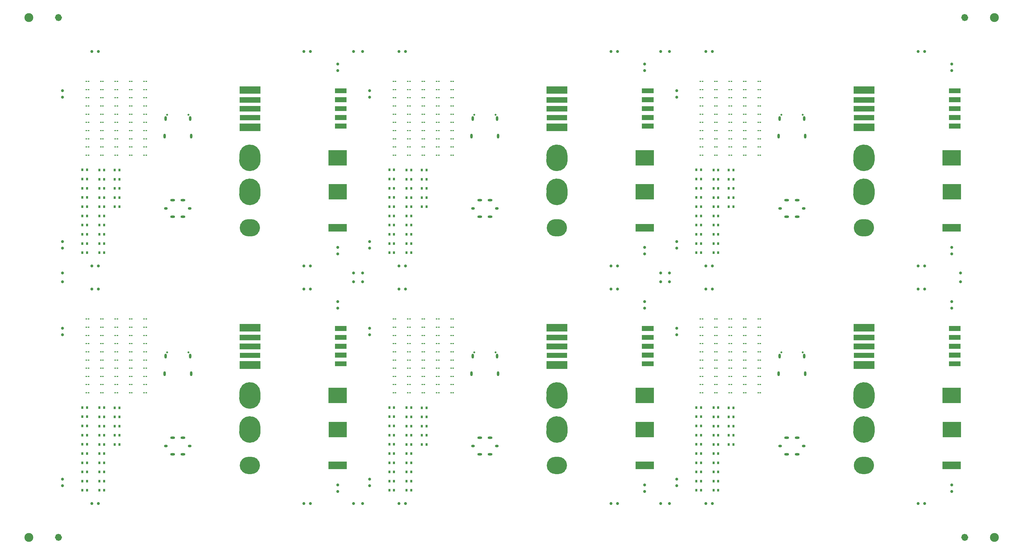
<source format=gbr>
%TF.GenerationSoftware,KiCad,Pcbnew,7.0.5*%
%TF.CreationDate,2023-07-11T12:40:00+01:00*%
%TF.ProjectId,PANELTEST141,50414e45-4c54-4455-9354-3134312e6b69,00.00*%
%TF.SameCoordinates,PX27b9fb5PYc4a79ca*%
%TF.FileFunction,Soldermask,Bot*%
%TF.FilePolarity,Negative*%
%FSLAX46Y46*%
G04 Gerber Fmt 4.6, Leading zero omitted, Abs format (unit mm)*
G04 Created by KiCad (PCBNEW 7.0.5) date 2023-07-11 12:40:00*
%MOMM*%
%LPD*%
G01*
G04 APERTURE LIST*
%ADD10C,0.100000*%
%ADD11C,3.580000*%
%ADD12C,3.605000*%
%ADD13C,1.200000*%
%ADD14C,0.150000*%
%ADD15C,2.905000*%
%ADD16C,1.000000*%
%ADD17C,0.650000*%
%ADD18O,0.800000X1.600000*%
%ADD19C,3.000000*%
%ADD20C,1.498600*%
%ADD21C,1.524000*%
%ADD22O,1.200000X0.900000*%
%ADD23O,1.600000X0.800000*%
%ADD24R,0.525000X0.350000*%
%ADD25R,0.800000X0.950000*%
G04 APERTURE END LIST*
G36*
X212869871Y145460377D02*
G01*
X216809871Y145460377D01*
X216809871Y143800377D01*
X212869871Y143800377D01*
X212869871Y145460377D01*
G37*
G36*
X314319871Y31520377D02*
G01*
X320479871Y31520377D01*
X320479871Y28960377D01*
X314319871Y28960377D01*
X314319871Y31520377D01*
G37*
G36*
X109269871Y145460377D02*
G01*
X113209871Y145460377D01*
X113209871Y143800377D01*
X109269871Y143800377D01*
X109269871Y145460377D01*
G37*
G36*
X109269871Y77240377D02*
G01*
X113209871Y77240377D01*
X113209871Y75580377D01*
X109269871Y75580377D01*
X109269871Y77240377D01*
G37*
G36*
X107119871Y56420377D02*
G01*
X113279871Y56420377D01*
X113279871Y51260377D01*
X107119871Y51260377D01*
X107119871Y56420377D01*
G37*
G36*
X212879871Y154360377D02*
G01*
X216819871Y154360377D01*
X216819871Y152700377D01*
X212879871Y152700377D01*
X212879871Y154360377D01*
G37*
G36*
X107119871Y111640377D02*
G01*
X113279871Y111640377D01*
X113279871Y109080377D01*
X107119871Y109080377D01*
X107119871Y111640377D01*
G37*
G36*
X316469871Y145460377D02*
G01*
X320409871Y145460377D01*
X320409871Y143800377D01*
X316469871Y143800377D01*
X316469871Y145460377D01*
G37*
G36*
X107119871Y31520377D02*
G01*
X113279871Y31520377D01*
X113279871Y28960377D01*
X107119871Y28960377D01*
X107119871Y31520377D01*
G37*
G36*
X212879871Y71240377D02*
G01*
X216819871Y71240377D01*
X216819871Y69580377D01*
X212879871Y69580377D01*
X212879871Y71240377D01*
G37*
G36*
X212869871Y65340377D02*
G01*
X216809871Y65340377D01*
X216809871Y63680377D01*
X212869871Y63680377D01*
X212869871Y65340377D01*
G37*
G36*
X314319871Y136540377D02*
G01*
X320479871Y136540377D01*
X320479871Y131380377D01*
X314319871Y131380377D01*
X314319871Y136540377D01*
G37*
G36*
X314319871Y56420377D02*
G01*
X320479871Y56420377D01*
X320479871Y51260377D01*
X314319871Y51260377D01*
X314319871Y56420377D01*
G37*
G36*
X316479871Y71240377D02*
G01*
X320419871Y71240377D01*
X320419871Y69580377D01*
X316479871Y69580377D01*
X316479871Y71240377D01*
G37*
G36*
X210769871Y44940377D02*
G01*
X216929871Y44940377D01*
X216929871Y39780377D01*
X210769871Y39780377D01*
X210769871Y44940377D01*
G37*
G36*
X212869871Y77240377D02*
G01*
X216809871Y77240377D01*
X216809871Y75580377D01*
X212869871Y75580377D01*
X212869871Y77240377D01*
G37*
G36*
X212869871Y157360377D02*
G01*
X216809871Y157360377D01*
X216809871Y155700377D01*
X212869871Y155700377D01*
X212869871Y157360377D01*
G37*
G36*
X109279871Y74240377D02*
G01*
X113219871Y74240377D01*
X113219871Y72580377D01*
X109279871Y72580377D01*
X109279871Y74240377D01*
G37*
G36*
X210719871Y56420377D02*
G01*
X216879871Y56420377D01*
X216879871Y51260377D01*
X210719871Y51260377D01*
X210719871Y56420377D01*
G37*
G36*
X210719871Y136540377D02*
G01*
X216879871Y136540377D01*
X216879871Y131380377D01*
X210719871Y131380377D01*
X210719871Y136540377D01*
G37*
G36*
X107169871Y44940377D02*
G01*
X113329871Y44940377D01*
X113329871Y39780377D01*
X107169871Y39780377D01*
X107169871Y44940377D01*
G37*
G36*
X316469871Y77240377D02*
G01*
X320409871Y77240377D01*
X320409871Y75580377D01*
X316469871Y75580377D01*
X316469871Y77240377D01*
G37*
G36*
X314369871Y44940377D02*
G01*
X320529871Y44940377D01*
X320529871Y39780377D01*
X314369871Y39780377D01*
X314369871Y44940377D01*
G37*
G36*
X314319871Y111640377D02*
G01*
X320479871Y111640377D01*
X320479871Y109080377D01*
X314319871Y109080377D01*
X314319871Y111640377D01*
G37*
G36*
X212879871Y151360377D02*
G01*
X216819871Y151360377D01*
X216819871Y149700377D01*
X212879871Y149700377D01*
X212879871Y151360377D01*
G37*
G36*
X109279871Y71240377D02*
G01*
X113219871Y71240377D01*
X113219871Y69580377D01*
X109279871Y69580377D01*
X109279871Y71240377D01*
G37*
G36*
X316469871Y65340377D02*
G01*
X320409871Y65340377D01*
X320409871Y63680377D01*
X316469871Y63680377D01*
X316469871Y65340377D01*
G37*
G36*
X314369871Y125060377D02*
G01*
X320529871Y125060377D01*
X320529871Y119900377D01*
X314369871Y119900377D01*
X314369871Y125060377D01*
G37*
G36*
X109279871Y68240377D02*
G01*
X113219871Y68240377D01*
X113219871Y66580377D01*
X109279871Y66580377D01*
X109279871Y68240377D01*
G37*
G36*
X316479871Y74240377D02*
G01*
X320419871Y74240377D01*
X320419871Y72580377D01*
X316479871Y72580377D01*
X316479871Y74240377D01*
G37*
G36*
X107169871Y125060377D02*
G01*
X113329871Y125060377D01*
X113329871Y119900377D01*
X107169871Y119900377D01*
X107169871Y125060377D01*
G37*
G36*
X109269871Y157360377D02*
G01*
X113209871Y157360377D01*
X113209871Y155700377D01*
X109269871Y155700377D01*
X109269871Y157360377D01*
G37*
G36*
X109269871Y65340377D02*
G01*
X113209871Y65340377D01*
X113209871Y63680377D01*
X109269871Y63680377D01*
X109269871Y65340377D01*
G37*
G36*
X316469871Y157360377D02*
G01*
X320409871Y157360377D01*
X320409871Y155700377D01*
X316469871Y155700377D01*
X316469871Y157360377D01*
G37*
G36*
X109279871Y148360377D02*
G01*
X113219871Y148360377D01*
X113219871Y146700377D01*
X109279871Y146700377D01*
X109279871Y148360377D01*
G37*
G36*
X212879871Y68240377D02*
G01*
X216819871Y68240377D01*
X216819871Y66580377D01*
X212879871Y66580377D01*
X212879871Y68240377D01*
G37*
G36*
X212879871Y74240377D02*
G01*
X216819871Y74240377D01*
X216819871Y72580377D01*
X212879871Y72580377D01*
X212879871Y74240377D01*
G37*
G36*
X316479871Y151360377D02*
G01*
X320419871Y151360377D01*
X320419871Y149700377D01*
X316479871Y149700377D01*
X316479871Y151360377D01*
G37*
G36*
X316479871Y148360377D02*
G01*
X320419871Y148360377D01*
X320419871Y146700377D01*
X316479871Y146700377D01*
X316479871Y148360377D01*
G37*
G36*
X210719871Y31520377D02*
G01*
X216879871Y31520377D01*
X216879871Y28960377D01*
X210719871Y28960377D01*
X210719871Y31520377D01*
G37*
G36*
X109279871Y151360377D02*
G01*
X113219871Y151360377D01*
X113219871Y149700377D01*
X109279871Y149700377D01*
X109279871Y151360377D01*
G37*
G36*
X316479871Y68240377D02*
G01*
X320419871Y68240377D01*
X320419871Y66580377D01*
X316479871Y66580377D01*
X316479871Y68240377D01*
G37*
G36*
X316479871Y154360377D02*
G01*
X320419871Y154360377D01*
X320419871Y152700377D01*
X316479871Y152700377D01*
X316479871Y154360377D01*
G37*
G36*
X210769871Y125060377D02*
G01*
X216929871Y125060377D01*
X216929871Y119900377D01*
X210769871Y119900377D01*
X210769871Y125060377D01*
G37*
G36*
X109279871Y154360377D02*
G01*
X113219871Y154360377D01*
X113219871Y152700377D01*
X109279871Y152700377D01*
X109279871Y154360377D01*
G37*
G36*
X210719871Y111640377D02*
G01*
X216879871Y111640377D01*
X216879871Y109080377D01*
X210719871Y109080377D01*
X210719871Y111640377D01*
G37*
G36*
X107119871Y136540377D02*
G01*
X113279871Y136540377D01*
X113279871Y131380377D01*
X107119871Y131380377D01*
X107119871Y136540377D01*
G37*
G36*
X212879871Y148360377D02*
G01*
X216819871Y148360377D01*
X216819871Y146700377D01*
X212879871Y146700377D01*
X212879871Y148360377D01*
G37*
D10*
%TO.C,TAB2*%
X77049889Y54742877D02*
X84109889Y54742877D01*
X84109889Y54742877D02*
X84109889Y52962877D01*
X84109889Y52962877D02*
X77049889Y52962877D01*
X77049889Y52962877D02*
X77049889Y54742877D01*
G36*
X77049889Y54742877D02*
G01*
X84109889Y54742877D01*
X84109889Y52962877D01*
X77049889Y52962877D01*
X77049889Y54742877D01*
G37*
D11*
X82369889Y54742877D02*
G75*
G03*
X82369889Y54742877I-1790000J0D01*
G01*
D12*
X82382389Y52962877D02*
G75*
G03*
X82382389Y52962877I-1802500J0D01*
G01*
D10*
%TO.C,TAB3*%
X180649889Y123392877D02*
X187709889Y123392877D01*
X187709889Y123392877D02*
X187709889Y121612877D01*
X187709889Y121612877D02*
X180649889Y121612877D01*
X180649889Y121612877D02*
X180649889Y123392877D01*
G36*
X180649889Y123392877D02*
G01*
X187709889Y123392877D01*
X187709889Y121612877D01*
X180649889Y121612877D01*
X180649889Y123392877D01*
G37*
D11*
X185969889Y123392877D02*
G75*
G03*
X185969889Y123392877I-1790000J0D01*
G01*
D12*
X185982389Y121612877D02*
G75*
G03*
X185982389Y121612877I-1802500J0D01*
G01*
D10*
X77049889Y43272877D02*
X84109889Y43272877D01*
X84109889Y43272877D02*
X84109889Y41492877D01*
X84109889Y41492877D02*
X77049889Y41492877D01*
X77049889Y41492877D02*
X77049889Y43272877D01*
G36*
X77049889Y43272877D02*
G01*
X84109889Y43272877D01*
X84109889Y41492877D01*
X77049889Y41492877D01*
X77049889Y43272877D01*
G37*
D11*
X82369889Y43272877D02*
G75*
G03*
X82369889Y43272877I-1790000J0D01*
G01*
D12*
X82382389Y41492877D02*
G75*
G03*
X82382389Y41492877I-1802500J0D01*
G01*
D10*
%TO.C,TAB1*%
X284309889Y65400377D02*
X291239889Y65400377D01*
X291239889Y65400377D02*
X291239889Y62890377D01*
X291239889Y62890377D02*
X284309889Y62890377D01*
X284309889Y62890377D02*
X284309889Y65400377D01*
G36*
X284309889Y65400377D02*
G01*
X291239889Y65400377D01*
X291239889Y62890377D01*
X284309889Y62890377D01*
X284309889Y65400377D01*
G37*
X284319889Y77890377D02*
X291239889Y77890377D01*
X291239889Y77890377D02*
X291239889Y75490377D01*
X291239889Y75490377D02*
X284319889Y75490377D01*
X284319889Y75490377D02*
X284319889Y77890377D01*
G36*
X284319889Y77890377D02*
G01*
X291239889Y77890377D01*
X291239889Y75490377D01*
X284319889Y75490377D01*
X284319889Y77890377D01*
G37*
X284319889Y74290377D02*
X291239889Y74290377D01*
X291239889Y74290377D02*
X291239889Y72490377D01*
X291239889Y72490377D02*
X284319889Y72490377D01*
X284319889Y72490377D02*
X284319889Y74290377D01*
G36*
X284319889Y74290377D02*
G01*
X291239889Y74290377D01*
X291239889Y72490377D01*
X284319889Y72490377D01*
X284319889Y74290377D01*
G37*
X284319889Y71290377D02*
X291239889Y71290377D01*
X291239889Y71290377D02*
X291239889Y69490377D01*
X291239889Y69490377D02*
X284319889Y69490377D01*
X284319889Y69490377D02*
X284319889Y71290377D01*
G36*
X284319889Y71290377D02*
G01*
X291239889Y71290377D01*
X291239889Y69490377D01*
X284319889Y69490377D01*
X284319889Y71290377D01*
G37*
X291179889Y68220377D02*
X284379889Y68220377D01*
X284379889Y68220377D02*
X284379889Y66560377D01*
X284379889Y66560377D02*
X291179889Y66560377D01*
X291179889Y66560377D02*
X291179889Y68220377D01*
G36*
X291179889Y68220377D02*
G01*
X284379889Y68220377D01*
X284379889Y66560377D01*
X291179889Y66560377D01*
X291179889Y68220377D01*
G37*
%TO.C,TAB2*%
X180649889Y134862877D02*
X187709889Y134862877D01*
X187709889Y134862877D02*
X187709889Y133082877D01*
X187709889Y133082877D02*
X180649889Y133082877D01*
X180649889Y133082877D02*
X180649889Y134862877D01*
G36*
X180649889Y134862877D02*
G01*
X187709889Y134862877D01*
X187709889Y133082877D01*
X180649889Y133082877D01*
X180649889Y134862877D01*
G37*
D11*
X185969889Y134862877D02*
G75*
G03*
X185969889Y134862877I-1790000J0D01*
G01*
D12*
X185982389Y133082877D02*
G75*
G03*
X185982389Y133082877I-1802500J0D01*
G01*
%TO.C,REF\u002A\u002A*%
D13*
X16599871Y181230377D02*
G75*
G03*
X16599871Y181230377I-600000J0D01*
G01*
X322399871Y181230377D02*
G75*
G03*
X322399871Y181230377I-600000J0D01*
G01*
D10*
%TO.C,TAB2*%
X284249889Y54742877D02*
X291309889Y54742877D01*
X291309889Y54742877D02*
X291309889Y52962877D01*
X291309889Y52962877D02*
X284249889Y52962877D01*
X284249889Y52962877D02*
X284249889Y54742877D01*
G36*
X284249889Y54742877D02*
G01*
X291309889Y54742877D01*
X291309889Y52962877D01*
X284249889Y52962877D01*
X284249889Y54742877D01*
G37*
D11*
X289569889Y54742877D02*
G75*
G03*
X289569889Y54742877I-1790000J0D01*
G01*
D12*
X289582389Y52962877D02*
G75*
G03*
X289582389Y52962877I-1802500J0D01*
G01*
D10*
X77049889Y134862877D02*
X84109889Y134862877D01*
X84109889Y134862877D02*
X84109889Y133082877D01*
X84109889Y133082877D02*
X77049889Y133082877D01*
X77049889Y133082877D02*
X77049889Y134862877D01*
G36*
X77049889Y134862877D02*
G01*
X84109889Y134862877D01*
X84109889Y133082877D01*
X77049889Y133082877D01*
X77049889Y134862877D01*
G37*
D11*
X82369889Y134862877D02*
G75*
G03*
X82369889Y134862877I-1790000J0D01*
G01*
D12*
X82382389Y133082877D02*
G75*
G03*
X82382389Y133082877I-1802500J0D01*
G01*
D14*
%TO.C,TAB4*%
X80049889Y113190377D02*
X81109889Y113190377D01*
X81109889Y113190377D02*
X81109889Y107530377D01*
X81109889Y107530377D02*
X80049889Y107530377D01*
X80049889Y107530377D02*
X80049889Y113190377D01*
G36*
X80049889Y113190377D02*
G01*
X81109889Y113190377D01*
X81109889Y107530377D01*
X80049889Y107530377D01*
X80049889Y113190377D01*
G37*
D15*
X81502389Y110360377D02*
G75*
G03*
X81502389Y110360377I-1452500J0D01*
G01*
X82562389Y110360377D02*
G75*
G03*
X82562389Y110360377I-1452500J0D01*
G01*
D14*
X183649889Y33070377D02*
X184709889Y33070377D01*
X184709889Y33070377D02*
X184709889Y27410377D01*
X184709889Y27410377D02*
X183649889Y27410377D01*
X183649889Y27410377D02*
X183649889Y33070377D01*
G36*
X183649889Y33070377D02*
G01*
X184709889Y33070377D01*
X184709889Y27410377D01*
X183649889Y27410377D01*
X183649889Y33070377D01*
G37*
D15*
X185102389Y30240377D02*
G75*
G03*
X185102389Y30240377I-1452500J0D01*
G01*
X186162389Y30240377D02*
G75*
G03*
X186162389Y30240377I-1452500J0D01*
G01*
D10*
%TO.C,TAB1*%
X180709889Y145520377D02*
X187639889Y145520377D01*
X187639889Y145520377D02*
X187639889Y143010377D01*
X187639889Y143010377D02*
X180709889Y143010377D01*
X180709889Y143010377D02*
X180709889Y145520377D01*
G36*
X180709889Y145520377D02*
G01*
X187639889Y145520377D01*
X187639889Y143010377D01*
X180709889Y143010377D01*
X180709889Y145520377D01*
G37*
X180719889Y158010377D02*
X187639889Y158010377D01*
X187639889Y158010377D02*
X187639889Y155610377D01*
X187639889Y155610377D02*
X180719889Y155610377D01*
X180719889Y155610377D02*
X180719889Y158010377D01*
G36*
X180719889Y158010377D02*
G01*
X187639889Y158010377D01*
X187639889Y155610377D01*
X180719889Y155610377D01*
X180719889Y158010377D01*
G37*
X180719889Y154410377D02*
X187639889Y154410377D01*
X187639889Y154410377D02*
X187639889Y152610377D01*
X187639889Y152610377D02*
X180719889Y152610377D01*
X180719889Y152610377D02*
X180719889Y154410377D01*
G36*
X180719889Y154410377D02*
G01*
X187639889Y154410377D01*
X187639889Y152610377D01*
X180719889Y152610377D01*
X180719889Y154410377D01*
G37*
X180719889Y151410377D02*
X187639889Y151410377D01*
X187639889Y151410377D02*
X187639889Y149610377D01*
X187639889Y149610377D02*
X180719889Y149610377D01*
X180719889Y149610377D02*
X180719889Y151410377D01*
G36*
X180719889Y151410377D02*
G01*
X187639889Y151410377D01*
X187639889Y149610377D01*
X180719889Y149610377D01*
X180719889Y151410377D01*
G37*
X187579889Y148340377D02*
X180779889Y148340377D01*
X180779889Y148340377D02*
X180779889Y146680377D01*
X180779889Y146680377D02*
X187579889Y146680377D01*
X187579889Y146680377D02*
X187579889Y148340377D01*
G36*
X187579889Y148340377D02*
G01*
X180779889Y148340377D01*
X180779889Y146680377D01*
X187579889Y146680377D01*
X187579889Y148340377D01*
G37*
%TO.C,REF\u002A\u002A*%
D13*
X322399871Y5990377D02*
G75*
G03*
X322399871Y5990377I-600000J0D01*
G01*
D10*
%TO.C,TAB1*%
X180709889Y65400377D02*
X187639889Y65400377D01*
X187639889Y65400377D02*
X187639889Y62890377D01*
X187639889Y62890377D02*
X180709889Y62890377D01*
X180709889Y62890377D02*
X180709889Y65400377D01*
G36*
X180709889Y65400377D02*
G01*
X187639889Y65400377D01*
X187639889Y62890377D01*
X180709889Y62890377D01*
X180709889Y65400377D01*
G37*
X180719889Y77890377D02*
X187639889Y77890377D01*
X187639889Y77890377D02*
X187639889Y75490377D01*
X187639889Y75490377D02*
X180719889Y75490377D01*
X180719889Y75490377D02*
X180719889Y77890377D01*
G36*
X180719889Y77890377D02*
G01*
X187639889Y77890377D01*
X187639889Y75490377D01*
X180719889Y75490377D01*
X180719889Y77890377D01*
G37*
X180719889Y74290377D02*
X187639889Y74290377D01*
X187639889Y74290377D02*
X187639889Y72490377D01*
X187639889Y72490377D02*
X180719889Y72490377D01*
X180719889Y72490377D02*
X180719889Y74290377D01*
G36*
X180719889Y74290377D02*
G01*
X187639889Y74290377D01*
X187639889Y72490377D01*
X180719889Y72490377D01*
X180719889Y74290377D01*
G37*
X180719889Y71290377D02*
X187639889Y71290377D01*
X187639889Y71290377D02*
X187639889Y69490377D01*
X187639889Y69490377D02*
X180719889Y69490377D01*
X180719889Y69490377D02*
X180719889Y71290377D01*
G36*
X180719889Y71290377D02*
G01*
X187639889Y71290377D01*
X187639889Y69490377D01*
X180719889Y69490377D01*
X180719889Y71290377D01*
G37*
X187579889Y68220377D02*
X180779889Y68220377D01*
X180779889Y68220377D02*
X180779889Y66560377D01*
X180779889Y66560377D02*
X187579889Y66560377D01*
X187579889Y66560377D02*
X187579889Y68220377D01*
G36*
X187579889Y68220377D02*
G01*
X180779889Y68220377D01*
X180779889Y66560377D01*
X187579889Y66560377D01*
X187579889Y68220377D01*
G37*
%TO.C,TAB3*%
X77049889Y123392877D02*
X84109889Y123392877D01*
X84109889Y123392877D02*
X84109889Y121612877D01*
X84109889Y121612877D02*
X77049889Y121612877D01*
X77049889Y121612877D02*
X77049889Y123392877D01*
G36*
X77049889Y123392877D02*
G01*
X84109889Y123392877D01*
X84109889Y121612877D01*
X77049889Y121612877D01*
X77049889Y123392877D01*
G37*
D11*
X82369889Y123392877D02*
G75*
G03*
X82369889Y123392877I-1790000J0D01*
G01*
D12*
X82382389Y121612877D02*
G75*
G03*
X82382389Y121612877I-1802500J0D01*
G01*
D10*
X284249889Y123392877D02*
X291309889Y123392877D01*
X291309889Y123392877D02*
X291309889Y121612877D01*
X291309889Y121612877D02*
X284249889Y121612877D01*
X284249889Y121612877D02*
X284249889Y123392877D01*
G36*
X284249889Y123392877D02*
G01*
X291309889Y123392877D01*
X291309889Y121612877D01*
X284249889Y121612877D01*
X284249889Y123392877D01*
G37*
D11*
X289569889Y123392877D02*
G75*
G03*
X289569889Y123392877I-1790000J0D01*
G01*
D12*
X289582389Y121612877D02*
G75*
G03*
X289582389Y121612877I-1802500J0D01*
G01*
D10*
%TO.C,TAB1*%
X77109889Y145520377D02*
X84039889Y145520377D01*
X84039889Y145520377D02*
X84039889Y143010377D01*
X84039889Y143010377D02*
X77109889Y143010377D01*
X77109889Y143010377D02*
X77109889Y145520377D01*
G36*
X77109889Y145520377D02*
G01*
X84039889Y145520377D01*
X84039889Y143010377D01*
X77109889Y143010377D01*
X77109889Y145520377D01*
G37*
X77119889Y158010377D02*
X84039889Y158010377D01*
X84039889Y158010377D02*
X84039889Y155610377D01*
X84039889Y155610377D02*
X77119889Y155610377D01*
X77119889Y155610377D02*
X77119889Y158010377D01*
G36*
X77119889Y158010377D02*
G01*
X84039889Y158010377D01*
X84039889Y155610377D01*
X77119889Y155610377D01*
X77119889Y158010377D01*
G37*
X77119889Y154410377D02*
X84039889Y154410377D01*
X84039889Y154410377D02*
X84039889Y152610377D01*
X84039889Y152610377D02*
X77119889Y152610377D01*
X77119889Y152610377D02*
X77119889Y154410377D01*
G36*
X77119889Y154410377D02*
G01*
X84039889Y154410377D01*
X84039889Y152610377D01*
X77119889Y152610377D01*
X77119889Y154410377D01*
G37*
X77119889Y151410377D02*
X84039889Y151410377D01*
X84039889Y151410377D02*
X84039889Y149610377D01*
X84039889Y149610377D02*
X77119889Y149610377D01*
X77119889Y149610377D02*
X77119889Y151410377D01*
G36*
X77119889Y151410377D02*
G01*
X84039889Y151410377D01*
X84039889Y149610377D01*
X77119889Y149610377D01*
X77119889Y151410377D01*
G37*
X83979889Y148340377D02*
X77179889Y148340377D01*
X77179889Y148340377D02*
X77179889Y146680377D01*
X77179889Y146680377D02*
X83979889Y146680377D01*
X83979889Y146680377D02*
X83979889Y148340377D01*
G36*
X83979889Y148340377D02*
G01*
X77179889Y148340377D01*
X77179889Y146680377D01*
X83979889Y146680377D01*
X83979889Y148340377D01*
G37*
%TO.C,TAB2*%
X284249889Y134862877D02*
X291309889Y134862877D01*
X291309889Y134862877D02*
X291309889Y133082877D01*
X291309889Y133082877D02*
X284249889Y133082877D01*
X284249889Y133082877D02*
X284249889Y134862877D01*
G36*
X284249889Y134862877D02*
G01*
X291309889Y134862877D01*
X291309889Y133082877D01*
X284249889Y133082877D01*
X284249889Y134862877D01*
G37*
D11*
X289569889Y134862877D02*
G75*
G03*
X289569889Y134862877I-1790000J0D01*
G01*
D12*
X289582389Y133082877D02*
G75*
G03*
X289582389Y133082877I-1802500J0D01*
G01*
D14*
%TO.C,TAB4*%
X183649889Y113190377D02*
X184709889Y113190377D01*
X184709889Y113190377D02*
X184709889Y107530377D01*
X184709889Y107530377D02*
X183649889Y107530377D01*
X183649889Y107530377D02*
X183649889Y113190377D01*
G36*
X183649889Y113190377D02*
G01*
X184709889Y113190377D01*
X184709889Y107530377D01*
X183649889Y107530377D01*
X183649889Y113190377D01*
G37*
D15*
X185102389Y110360377D02*
G75*
G03*
X185102389Y110360377I-1452500J0D01*
G01*
X186162389Y110360377D02*
G75*
G03*
X186162389Y110360377I-1452500J0D01*
G01*
D10*
%TO.C,TAB1*%
X77109889Y65400377D02*
X84039889Y65400377D01*
X84039889Y65400377D02*
X84039889Y62890377D01*
X84039889Y62890377D02*
X77109889Y62890377D01*
X77109889Y62890377D02*
X77109889Y65400377D01*
G36*
X77109889Y65400377D02*
G01*
X84039889Y65400377D01*
X84039889Y62890377D01*
X77109889Y62890377D01*
X77109889Y65400377D01*
G37*
X77119889Y77890377D02*
X84039889Y77890377D01*
X84039889Y77890377D02*
X84039889Y75490377D01*
X84039889Y75490377D02*
X77119889Y75490377D01*
X77119889Y75490377D02*
X77119889Y77890377D01*
G36*
X77119889Y77890377D02*
G01*
X84039889Y77890377D01*
X84039889Y75490377D01*
X77119889Y75490377D01*
X77119889Y77890377D01*
G37*
X77119889Y74290377D02*
X84039889Y74290377D01*
X84039889Y74290377D02*
X84039889Y72490377D01*
X84039889Y72490377D02*
X77119889Y72490377D01*
X77119889Y72490377D02*
X77119889Y74290377D01*
G36*
X77119889Y74290377D02*
G01*
X84039889Y74290377D01*
X84039889Y72490377D01*
X77119889Y72490377D01*
X77119889Y74290377D01*
G37*
X77119889Y71290377D02*
X84039889Y71290377D01*
X84039889Y71290377D02*
X84039889Y69490377D01*
X84039889Y69490377D02*
X77119889Y69490377D01*
X77119889Y69490377D02*
X77119889Y71290377D01*
G36*
X77119889Y71290377D02*
G01*
X84039889Y71290377D01*
X84039889Y69490377D01*
X77119889Y69490377D01*
X77119889Y71290377D01*
G37*
X83979889Y68220377D02*
X77179889Y68220377D01*
X77179889Y68220377D02*
X77179889Y66560377D01*
X77179889Y66560377D02*
X83979889Y66560377D01*
X83979889Y66560377D02*
X83979889Y68220377D01*
G36*
X83979889Y68220377D02*
G01*
X77179889Y68220377D01*
X77179889Y66560377D01*
X83979889Y66560377D01*
X83979889Y68220377D01*
G37*
%TO.C,TAB3*%
X180649889Y43272877D02*
X187709889Y43272877D01*
X187709889Y43272877D02*
X187709889Y41492877D01*
X187709889Y41492877D02*
X180649889Y41492877D01*
X180649889Y41492877D02*
X180649889Y43272877D01*
G36*
X180649889Y43272877D02*
G01*
X187709889Y43272877D01*
X187709889Y41492877D01*
X180649889Y41492877D01*
X180649889Y43272877D01*
G37*
D11*
X185969889Y43272877D02*
G75*
G03*
X185969889Y43272877I-1790000J0D01*
G01*
D12*
X185982389Y41492877D02*
G75*
G03*
X185982389Y41492877I-1802500J0D01*
G01*
D10*
X284249889Y43272877D02*
X291309889Y43272877D01*
X291309889Y43272877D02*
X291309889Y41492877D01*
X291309889Y41492877D02*
X284249889Y41492877D01*
X284249889Y41492877D02*
X284249889Y43272877D01*
G36*
X284249889Y43272877D02*
G01*
X291309889Y43272877D01*
X291309889Y41492877D01*
X284249889Y41492877D01*
X284249889Y43272877D01*
G37*
D11*
X289569889Y43272877D02*
G75*
G03*
X289569889Y43272877I-1790000J0D01*
G01*
D12*
X289582389Y41492877D02*
G75*
G03*
X289582389Y41492877I-1802500J0D01*
G01*
D10*
%TO.C,TAB2*%
X180649889Y54742877D02*
X187709889Y54742877D01*
X187709889Y54742877D02*
X187709889Y52962877D01*
X187709889Y52962877D02*
X180649889Y52962877D01*
X180649889Y52962877D02*
X180649889Y54742877D01*
G36*
X180649889Y54742877D02*
G01*
X187709889Y54742877D01*
X187709889Y52962877D01*
X180649889Y52962877D01*
X180649889Y54742877D01*
G37*
D11*
X185969889Y54742877D02*
G75*
G03*
X185969889Y54742877I-1790000J0D01*
G01*
D12*
X185982389Y52962877D02*
G75*
G03*
X185982389Y52962877I-1802500J0D01*
G01*
D14*
%TO.C,TAB4*%
X287249889Y113190377D02*
X288309889Y113190377D01*
X288309889Y113190377D02*
X288309889Y107530377D01*
X288309889Y107530377D02*
X287249889Y107530377D01*
X287249889Y107530377D02*
X287249889Y113190377D01*
G36*
X287249889Y113190377D02*
G01*
X288309889Y113190377D01*
X288309889Y107530377D01*
X287249889Y107530377D01*
X287249889Y113190377D01*
G37*
D15*
X288702389Y110360377D02*
G75*
G03*
X288702389Y110360377I-1452500J0D01*
G01*
X289762389Y110360377D02*
G75*
G03*
X289762389Y110360377I-1452500J0D01*
G01*
D14*
X80049889Y33070377D02*
X81109889Y33070377D01*
X81109889Y33070377D02*
X81109889Y27410377D01*
X81109889Y27410377D02*
X80049889Y27410377D01*
X80049889Y27410377D02*
X80049889Y33070377D01*
G36*
X80049889Y33070377D02*
G01*
X81109889Y33070377D01*
X81109889Y27410377D01*
X80049889Y27410377D01*
X80049889Y33070377D01*
G37*
D15*
X81502389Y30240377D02*
G75*
G03*
X81502389Y30240377I-1452500J0D01*
G01*
X82562389Y30240377D02*
G75*
G03*
X82562389Y30240377I-1452500J0D01*
G01*
D10*
%TO.C,TAB1*%
X284309889Y145520377D02*
X291239889Y145520377D01*
X291239889Y145520377D02*
X291239889Y143010377D01*
X291239889Y143010377D02*
X284309889Y143010377D01*
X284309889Y143010377D02*
X284309889Y145520377D01*
G36*
X284309889Y145520377D02*
G01*
X291239889Y145520377D01*
X291239889Y143010377D01*
X284309889Y143010377D01*
X284309889Y145520377D01*
G37*
X284319889Y158010377D02*
X291239889Y158010377D01*
X291239889Y158010377D02*
X291239889Y155610377D01*
X291239889Y155610377D02*
X284319889Y155610377D01*
X284319889Y155610377D02*
X284319889Y158010377D01*
G36*
X284319889Y158010377D02*
G01*
X291239889Y158010377D01*
X291239889Y155610377D01*
X284319889Y155610377D01*
X284319889Y158010377D01*
G37*
X284319889Y154410377D02*
X291239889Y154410377D01*
X291239889Y154410377D02*
X291239889Y152610377D01*
X291239889Y152610377D02*
X284319889Y152610377D01*
X284319889Y152610377D02*
X284319889Y154410377D01*
G36*
X284319889Y154410377D02*
G01*
X291239889Y154410377D01*
X291239889Y152610377D01*
X284319889Y152610377D01*
X284319889Y154410377D01*
G37*
X284319889Y151410377D02*
X291239889Y151410377D01*
X291239889Y151410377D02*
X291239889Y149610377D01*
X291239889Y149610377D02*
X284319889Y149610377D01*
X284319889Y149610377D02*
X284319889Y151410377D01*
G36*
X284319889Y151410377D02*
G01*
X291239889Y151410377D01*
X291239889Y149610377D01*
X284319889Y149610377D01*
X284319889Y151410377D01*
G37*
X291179889Y148340377D02*
X284379889Y148340377D01*
X284379889Y148340377D02*
X284379889Y146680377D01*
X284379889Y146680377D02*
X291179889Y146680377D01*
X291179889Y146680377D02*
X291179889Y148340377D01*
G36*
X291179889Y148340377D02*
G01*
X284379889Y148340377D01*
X284379889Y146680377D01*
X291179889Y146680377D01*
X291179889Y148340377D01*
G37*
%TO.C,REF\u002A\u002A*%
D13*
X16599871Y5990377D02*
G75*
G03*
X16599871Y5990377I-600000J0D01*
G01*
D14*
%TO.C,TAB4*%
X287249889Y33070377D02*
X288309889Y33070377D01*
X288309889Y33070377D02*
X288309889Y27410377D01*
X288309889Y27410377D02*
X287249889Y27410377D01*
X287249889Y27410377D02*
X287249889Y33070377D01*
G36*
X287249889Y33070377D02*
G01*
X288309889Y33070377D01*
X288309889Y27410377D01*
X287249889Y27410377D01*
X287249889Y33070377D01*
G37*
D15*
X288702389Y30240377D02*
G75*
G03*
X288702389Y30240377I-1452500J0D01*
G01*
X289762389Y30240377D02*
G75*
G03*
X289762389Y30240377I-1452500J0D01*
G01*
%TD*%
D16*
%TO.C,REF\u002A\u002A*%
X110199871Y165580377D03*
%TD*%
%TO.C,REF\u002A\u002A*%
X202449871Y169830377D03*
%TD*%
%TO.C,REF\u002A\u002A*%
X120999871Y25590377D03*
%TD*%
D17*
%TO.C,J1*%
X52691489Y68327035D03*
X59891489Y68327035D03*
D18*
X52161489Y67077035D03*
X60421489Y67077035D03*
X60781489Y61127035D03*
X51801489Y61127035D03*
%TD*%
D16*
%TO.C,REF\u002A\u002A*%
X120999871Y76480377D03*
%TD*%
%TO.C,REF\u002A\u002A*%
X219199871Y92110377D03*
%TD*%
D19*
%TO.C,REF\u002A\u002A*%
X5999871Y181230377D03*
%TD*%
D16*
%TO.C,REF\u002A\u002A*%
X213799871Y103760377D03*
%TD*%
%TO.C,REF\u002A\u002A*%
X120999871Y156600377D03*
%TD*%
%TO.C,REF\u002A\u002A*%
X222199871Y169830377D03*
%TD*%
%TO.C,REF\u002A\u002A*%
X224599871Y156600377D03*
%TD*%
%TO.C,REF\u002A\u002A*%
X17399871Y103510377D03*
%TD*%
%TO.C,REF\u002A\u002A*%
X219199871Y95110377D03*
%TD*%
D17*
%TO.C,J1*%
X259891489Y68327035D03*
X267091489Y68327035D03*
D18*
X259361489Y67077035D03*
X267621489Y67077035D03*
X267981489Y61127035D03*
X259001489Y61127035D03*
%TD*%
D16*
%TO.C,REF\u002A\u002A*%
X101049871Y97510377D03*
%TD*%
%TO.C,REF\u002A\u002A*%
X213799871Y83260377D03*
%TD*%
D17*
%TO.C,J1*%
X156291489Y68327035D03*
X163491489Y68327035D03*
D18*
X155761489Y67077035D03*
X164021489Y67077035D03*
X164381489Y61127035D03*
X155401489Y61127035D03*
%TD*%
D16*
%TO.C,REF\u002A\u002A*%
X115599871Y92110377D03*
%TD*%
%TO.C,REF\u002A\u002A*%
X234469871Y89710377D03*
%TD*%
%TO.C,REF\u002A\u002A*%
X317399871Y23640377D03*
%TD*%
%TO.C,REF\u002A\u002A*%
X133069871Y97510377D03*
%TD*%
%TO.C,REF\u002A\u002A*%
X213799871Y21440377D03*
%TD*%
%TO.C,REF\u002A\u002A*%
X236669871Y97510377D03*
%TD*%
D20*
%TO.C,TAB1*%
X285214889Y76450377D03*
X285214889Y73410377D03*
X285214889Y70380377D03*
X285214889Y67380377D03*
X285214889Y64510377D03*
D21*
X286879889Y76450377D03*
X286879889Y73410377D03*
X286879889Y70380377D03*
X286879889Y67380377D03*
X286879889Y64510377D03*
X288679889Y76450377D03*
X288679889Y73410377D03*
X288679889Y70380377D03*
X288679889Y67380377D03*
X288679889Y64510377D03*
D20*
X290344889Y76450377D03*
X290344889Y73410377D03*
X290344889Y70380377D03*
X290344889Y67380377D03*
X290344889Y64510377D03*
%TD*%
D16*
%TO.C,REF\u002A\u002A*%
X317399871Y163380377D03*
%TD*%
%TO.C,REF\u002A\u002A*%
X224599871Y105710377D03*
%TD*%
%TO.C,REF\u002A\u002A*%
X213799871Y85460377D03*
%TD*%
%TO.C,REF\u002A\u002A*%
X222199871Y95110377D03*
%TD*%
D22*
%TO.C,J2*%
X155881497Y116867041D03*
D23*
X158141489Y119667041D03*
X158141489Y114067041D03*
X161641489Y119667041D03*
X161641489Y114067041D03*
D22*
X163901481Y116867041D03*
%TD*%
D16*
%TO.C,REF\u002A\u002A*%
X224599871Y76480377D03*
%TD*%
D22*
%TO.C,J2*%
X52281497Y116867041D03*
D23*
X54541489Y119667041D03*
X54541489Y114067041D03*
X58041489Y119667041D03*
X58041489Y114067041D03*
D22*
X60301481Y116867041D03*
%TD*%
%TO.C,J2*%
X52281497Y36747041D03*
D23*
X54541489Y39547041D03*
X54541489Y33947041D03*
X58041489Y39547041D03*
X58041489Y33947041D03*
D22*
X60301481Y36747041D03*
%TD*%
D16*
%TO.C,REF\u002A\u002A*%
X98849871Y169830377D03*
%TD*%
%TO.C,REF\u002A\u002A*%
X17399871Y23390377D03*
%TD*%
%TO.C,REF\u002A\u002A*%
X224599871Y103510377D03*
%TD*%
%TO.C,REF\u002A\u002A*%
X213799871Y23640377D03*
%TD*%
%TO.C,REF\u002A\u002A*%
X98849871Y97510377D03*
%TD*%
%TO.C,REF\u002A\u002A*%
X118599871Y95110377D03*
%TD*%
%TO.C,REF\u002A\u002A*%
X133069871Y17390377D03*
%TD*%
%TO.C,REF\u002A\u002A*%
X101049871Y89710377D03*
%TD*%
%TO.C,REF\u002A\u002A*%
X222199871Y17390377D03*
%TD*%
D17*
%TO.C,J1*%
X259891489Y148447035D03*
X267091489Y148447035D03*
D18*
X259361489Y147197035D03*
X267621489Y147197035D03*
X267981489Y141247035D03*
X259001489Y141247035D03*
%TD*%
D16*
%TO.C,REF\u002A\u002A*%
X204649871Y169830377D03*
%TD*%
%TO.C,REF\u002A\u002A*%
X17399871Y74280377D03*
%TD*%
%TO.C,REF\u002A\u002A*%
X224599871Y74280377D03*
%TD*%
%TO.C,REF\u002A\u002A*%
X17399871Y25590377D03*
%TD*%
D22*
%TO.C,J2*%
X259481497Y116867041D03*
D23*
X261741489Y119667041D03*
X261741489Y114067041D03*
X265241489Y119667041D03*
X265241489Y114067041D03*
D22*
X267501481Y116867041D03*
%TD*%
D16*
%TO.C,REF\u002A\u002A*%
X213799871Y163380377D03*
%TD*%
%TO.C,REF\u002A\u002A*%
X308249871Y89710377D03*
%TD*%
%TO.C,REF\u002A\u002A*%
X118599871Y17390377D03*
%TD*%
%TO.C,REF\u002A\u002A*%
X27269871Y97510377D03*
%TD*%
%TO.C,REF\u002A\u002A*%
X27269871Y169830377D03*
%TD*%
%TO.C,REF\u002A\u002A*%
X115599871Y92110377D03*
%TD*%
%TO.C,REF\u002A\u002A*%
X236669871Y89710377D03*
%TD*%
%TO.C,REF\u002A\u002A*%
X219199871Y17390377D03*
%TD*%
%TO.C,REF\u002A\u002A*%
X320399871Y95110377D03*
%TD*%
%TO.C,REF\u002A\u002A*%
X222199871Y95110377D03*
%TD*%
D22*
%TO.C,J2*%
X259481497Y36747041D03*
D23*
X261741489Y39547041D03*
X261741489Y33947041D03*
X265241489Y39547041D03*
X265241489Y33947041D03*
D22*
X267501481Y36747041D03*
%TD*%
D16*
%TO.C,REF\u002A\u002A*%
X234469871Y17390377D03*
%TD*%
%TO.C,REF\u002A\u002A*%
X202449871Y89710377D03*
%TD*%
%TO.C,REF\u002A\u002A*%
X204649871Y89710377D03*
%TD*%
%TO.C,REF\u002A\u002A*%
X317399871Y83260377D03*
%TD*%
%TO.C,REF\u002A\u002A*%
X222199871Y92110377D03*
%TD*%
%TO.C,REF\u002A\u002A*%
X110199871Y23640377D03*
%TD*%
%TO.C,REF\u002A\u002A*%
X17399871Y92110377D03*
%TD*%
%TO.C,REF\u002A\u002A*%
X118599871Y95110377D03*
%TD*%
%TO.C,REF\u002A\u002A*%
X213799871Y165580377D03*
%TD*%
%TO.C,REF\u002A\u002A*%
X317399871Y85460377D03*
%TD*%
%TO.C,REF\u002A\u002A*%
X98849871Y89710377D03*
%TD*%
D19*
%TO.C,REF\u002A\u002A*%
X5999871Y5990377D03*
%TD*%
D16*
%TO.C,REF\u002A\u002A*%
X17399871Y105710377D03*
%TD*%
%TO.C,REF\u002A\u002A*%
X224599871Y154400377D03*
%TD*%
%TO.C,REF\u002A\u002A*%
X120999871Y23390377D03*
%TD*%
%TO.C,REF\u002A\u002A*%
X17399871Y156600377D03*
%TD*%
%TO.C,REF\u002A\u002A*%
X224599871Y23390377D03*
%TD*%
%TO.C,REF\u002A\u002A*%
X110199871Y163380377D03*
%TD*%
D19*
%TO.C,REF\u002A\u002A*%
X331799871Y5990377D03*
%TD*%
D16*
%TO.C,REF\u002A\u002A*%
X29469871Y169830377D03*
%TD*%
%TO.C,REF\u002A\u002A*%
X120999871Y154400377D03*
%TD*%
%TO.C,REF\u002A\u002A*%
X219199871Y95110377D03*
%TD*%
%TO.C,REF\u002A\u002A*%
X306049871Y17390377D03*
%TD*%
%TO.C,REF\u002A\u002A*%
X308249871Y169830377D03*
%TD*%
%TO.C,REF\u002A\u002A*%
X306049871Y169830377D03*
%TD*%
D19*
%TO.C,REF\u002A\u002A*%
X331799871Y181230377D03*
%TD*%
D20*
%TO.C,TAB1*%
X181614889Y156570377D03*
X181614889Y153530377D03*
X181614889Y150500377D03*
X181614889Y147500377D03*
X181614889Y144630377D03*
D21*
X183279889Y156570377D03*
X183279889Y153530377D03*
X183279889Y150500377D03*
X183279889Y147500377D03*
X183279889Y144630377D03*
X185079889Y156570377D03*
X185079889Y153530377D03*
X185079889Y150500377D03*
X185079889Y147500377D03*
X185079889Y144630377D03*
D20*
X186744889Y156570377D03*
X186744889Y153530377D03*
X186744889Y150500377D03*
X186744889Y147500377D03*
X186744889Y144630377D03*
%TD*%
D16*
%TO.C,REF\u002A\u002A*%
X133069871Y169830377D03*
%TD*%
%TO.C,REF\u002A\u002A*%
X27269871Y89710377D03*
%TD*%
%TO.C,REF\u002A\u002A*%
X224599871Y25590377D03*
%TD*%
%TO.C,REF\u002A\u002A*%
X120999871Y74280377D03*
%TD*%
%TO.C,REF\u002A\u002A*%
X115599871Y169830377D03*
%TD*%
%TO.C,REF\u002A\u002A*%
X130869871Y17390377D03*
%TD*%
%TO.C,REF\u002A\u002A*%
X236669871Y17390377D03*
%TD*%
%TO.C,REF\u002A\u002A*%
X29469871Y97510377D03*
%TD*%
%TO.C,REF\u002A\u002A*%
X115599871Y17390377D03*
%TD*%
%TO.C,REF\u002A\u002A*%
X320399871Y92110377D03*
%TD*%
D22*
%TO.C,J2*%
X155881497Y36747041D03*
D23*
X158141489Y39547041D03*
X158141489Y33947041D03*
X161641489Y39547041D03*
X161641489Y33947041D03*
D22*
X163901481Y36747041D03*
%TD*%
D20*
%TO.C,TAB1*%
X181614889Y76450377D03*
X181614889Y73410377D03*
X181614889Y70380377D03*
X181614889Y67380377D03*
X181614889Y64510377D03*
D21*
X183279889Y76450377D03*
X183279889Y73410377D03*
X183279889Y70380377D03*
X183279889Y67380377D03*
X183279889Y64510377D03*
X185079889Y76450377D03*
X185079889Y73410377D03*
X185079889Y70380377D03*
X185079889Y67380377D03*
X185079889Y64510377D03*
D20*
X186744889Y76450377D03*
X186744889Y73410377D03*
X186744889Y70380377D03*
X186744889Y67380377D03*
X186744889Y64510377D03*
%TD*%
D16*
%TO.C,REF\u002A\u002A*%
X29469871Y89710377D03*
%TD*%
%TO.C,REF\u002A\u002A*%
X236669871Y169830377D03*
%TD*%
%TO.C,REF\u002A\u002A*%
X110199871Y101560377D03*
%TD*%
D20*
%TO.C,TAB1*%
X78014889Y156570377D03*
X78014889Y153530377D03*
X78014889Y150500377D03*
X78014889Y147500377D03*
X78014889Y144630377D03*
D21*
X79679889Y156570377D03*
X79679889Y153530377D03*
X79679889Y150500377D03*
X79679889Y147500377D03*
X79679889Y144630377D03*
X81479889Y156570377D03*
X81479889Y153530377D03*
X81479889Y150500377D03*
X81479889Y147500377D03*
X81479889Y144630377D03*
D20*
X83144889Y156570377D03*
X83144889Y153530377D03*
X83144889Y150500377D03*
X83144889Y147500377D03*
X83144889Y144630377D03*
%TD*%
D16*
%TO.C,REF\u002A\u002A*%
X308249871Y97510377D03*
%TD*%
%TO.C,REF\u002A\u002A*%
X202449871Y17390377D03*
%TD*%
%TO.C,REF\u002A\u002A*%
X213799871Y101560377D03*
%TD*%
%TO.C,REF\u002A\u002A*%
X308249871Y17390377D03*
%TD*%
%TO.C,REF\u002A\u002A*%
X130869871Y169830377D03*
%TD*%
D20*
%TO.C,TAB1*%
X78014889Y76450377D03*
X78014889Y73410377D03*
X78014889Y70380377D03*
X78014889Y67380377D03*
X78014889Y64510377D03*
D21*
X79679889Y76450377D03*
X79679889Y73410377D03*
X79679889Y70380377D03*
X79679889Y67380377D03*
X79679889Y64510377D03*
X81479889Y76450377D03*
X81479889Y73410377D03*
X81479889Y70380377D03*
X81479889Y67380377D03*
X81479889Y64510377D03*
D20*
X83144889Y76450377D03*
X83144889Y73410377D03*
X83144889Y70380377D03*
X83144889Y67380377D03*
X83144889Y64510377D03*
%TD*%
D17*
%TO.C,J1*%
X52691489Y148447035D03*
X59891489Y148447035D03*
D18*
X52161489Y147197035D03*
X60421489Y147197035D03*
X60781489Y141247035D03*
X51801489Y141247035D03*
%TD*%
D16*
%TO.C,REF\u002A\u002A*%
X98849871Y17390377D03*
%TD*%
%TO.C,REF\u002A\u002A*%
X317399871Y101560377D03*
%TD*%
%TO.C,REF\u002A\u002A*%
X118599871Y169830377D03*
%TD*%
%TO.C,REF\u002A\u002A*%
X317399871Y103760377D03*
%TD*%
%TO.C,REF\u002A\u002A*%
X120999871Y103510377D03*
%TD*%
%TO.C,REF\u002A\u002A*%
X29469871Y17390377D03*
%TD*%
%TO.C,REF\u002A\u002A*%
X110199871Y83260377D03*
%TD*%
%TO.C,REF\u002A\u002A*%
X204649871Y17390377D03*
%TD*%
%TO.C,REF\u002A\u002A*%
X110199871Y85460377D03*
%TD*%
%TO.C,REF\u002A\u002A*%
X234469871Y97510377D03*
%TD*%
%TO.C,REF\u002A\u002A*%
X130869871Y97510377D03*
%TD*%
%TO.C,REF\u002A\u002A*%
X110199871Y103760377D03*
%TD*%
%TO.C,REF\u002A\u002A*%
X115599871Y95110377D03*
%TD*%
%TO.C,REF\u002A\u002A*%
X133069871Y89710377D03*
%TD*%
%TO.C,REF\u002A\u002A*%
X222199871Y92110377D03*
%TD*%
D20*
%TO.C,TAB1*%
X285214889Y156570377D03*
X285214889Y153530377D03*
X285214889Y150500377D03*
X285214889Y147500377D03*
X285214889Y144630377D03*
D21*
X286879889Y156570377D03*
X286879889Y153530377D03*
X286879889Y150500377D03*
X286879889Y147500377D03*
X286879889Y144630377D03*
X288679889Y156570377D03*
X288679889Y153530377D03*
X288679889Y150500377D03*
X288679889Y147500377D03*
X288679889Y144630377D03*
D20*
X290344889Y156570377D03*
X290344889Y153530377D03*
X290344889Y150500377D03*
X290344889Y147500377D03*
X290344889Y144630377D03*
%TD*%
D16*
%TO.C,REF\u002A\u002A*%
X17399871Y154400377D03*
%TD*%
%TO.C,REF\u002A\u002A*%
X219199871Y92110377D03*
%TD*%
%TO.C,REF\u002A\u002A*%
X17399871Y76480377D03*
%TD*%
%TO.C,REF\u002A\u002A*%
X234469871Y169830377D03*
%TD*%
%TO.C,REF\u002A\u002A*%
X118599871Y92110377D03*
%TD*%
%TO.C,REF\u002A\u002A*%
X101049871Y169830377D03*
%TD*%
D17*
%TO.C,J1*%
X156291489Y148447035D03*
X163491489Y148447035D03*
D18*
X155761489Y147197035D03*
X164021489Y147197035D03*
X164381489Y141247035D03*
X155401489Y141247035D03*
%TD*%
D16*
%TO.C,REF\u002A\u002A*%
X118599871Y92110377D03*
%TD*%
%TO.C,REF\u002A\u002A*%
X120999871Y105710377D03*
%TD*%
%TO.C,REF\u002A\u002A*%
X27269871Y17390377D03*
%TD*%
%TO.C,REF\u002A\u002A*%
X17399871Y95110377D03*
%TD*%
%TO.C,REF\u002A\u002A*%
X110199871Y21440377D03*
%TD*%
%TO.C,REF\u002A\u002A*%
X317399871Y21440377D03*
%TD*%
%TO.C,REF\u002A\u002A*%
X101049871Y17390377D03*
%TD*%
%TO.C,REF\u002A\u002A*%
X130869871Y89710377D03*
%TD*%
%TO.C,REF\u002A\u002A*%
X204649871Y97510377D03*
%TD*%
%TO.C,REF\u002A\u002A*%
X115599871Y95110377D03*
%TD*%
%TO.C,REF\u002A\u002A*%
X306049871Y97510377D03*
%TD*%
%TO.C,REF\u002A\u002A*%
X202449871Y97510377D03*
%TD*%
%TO.C,REF\u002A\u002A*%
X219199871Y169830377D03*
%TD*%
%TO.C,REF\u002A\u002A*%
X306049871Y89710377D03*
%TD*%
%TO.C,REF\u002A\u002A*%
X317399871Y165580377D03*
%TD*%
D24*
%TO.C,R95*%
X233327871Y68541139D03*
X232603871Y68541139D03*
%TD*%
%TO.C,R76*%
X139475871Y145896988D03*
X138751871Y145896988D03*
%TD*%
%TO.C,R79*%
X35875871Y137604535D03*
X35151871Y137604535D03*
%TD*%
D25*
%TO.C,R128*%
X140189871Y123624267D03*
X138589871Y123624267D03*
%TD*%
D24*
%TO.C,R61*%
X144349871Y159717743D03*
X143625871Y159717743D03*
%TD*%
%TO.C,R71*%
X243075871Y79597743D03*
X242351871Y79597743D03*
%TD*%
%TO.C,R81*%
X31001871Y79597743D03*
X30277871Y79597743D03*
%TD*%
%TO.C,R94*%
X26127871Y151425290D03*
X25403871Y151425290D03*
%TD*%
%TO.C,R75*%
X35875871Y148661139D03*
X35151871Y148661139D03*
%TD*%
%TO.C,R56*%
X149223871Y145896988D03*
X148499871Y145896988D03*
%TD*%
%TO.C,R82*%
X238201871Y156953592D03*
X237477871Y156953592D03*
%TD*%
%TO.C,R65*%
X40749871Y148661139D03*
X40025871Y148661139D03*
%TD*%
%TO.C,R70*%
X144349871Y54720377D03*
X143625871Y54720377D03*
%TD*%
%TO.C,R65*%
X40749871Y68541139D03*
X40025871Y68541139D03*
%TD*%
D25*
%TO.C,R143*%
X129239871Y123675933D03*
X127639871Y123675933D03*
%TD*%
%TO.C,R148*%
X232839871Y108164823D03*
X231239871Y108164823D03*
%TD*%
D24*
%TO.C,R83*%
X134601871Y74069441D03*
X133877871Y74069441D03*
%TD*%
D25*
%TO.C,R130*%
X140189871Y117438157D03*
X138589871Y117438157D03*
%TD*%
%TO.C,R150*%
X232839871Y21840377D03*
X231239871Y21840377D03*
%TD*%
D24*
%TO.C,R87*%
X134601871Y63012837D03*
X133877871Y63012837D03*
%TD*%
D25*
%TO.C,R139*%
X238633871Y24935937D03*
X237033871Y24935937D03*
%TD*%
D24*
%TO.C,R60*%
X149223871Y134840377D03*
X148499871Y134840377D03*
%TD*%
%TO.C,R79*%
X139475871Y57484535D03*
X138751871Y57484535D03*
%TD*%
%TO.C,R77*%
X243075871Y143132837D03*
X242351871Y143132837D03*
%TD*%
%TO.C,R96*%
X26127871Y65776988D03*
X25403871Y65776988D03*
%TD*%
%TO.C,R64*%
X40749871Y151425290D03*
X40025871Y151425290D03*
%TD*%
%TO.C,R69*%
X40749871Y57484535D03*
X40025871Y57484535D03*
%TD*%
%TO.C,R93*%
X129727871Y154189441D03*
X129003871Y154189441D03*
%TD*%
%TO.C,R94*%
X233327871Y71305290D03*
X232603871Y71305290D03*
%TD*%
%TO.C,R99*%
X26127871Y57484535D03*
X25403871Y57484535D03*
%TD*%
%TO.C,R100*%
X233327871Y134840377D03*
X232603871Y134840377D03*
%TD*%
%TO.C,R64*%
X247949871Y71305290D03*
X247225871Y71305290D03*
%TD*%
%TO.C,R67*%
X40749871Y143132837D03*
X40025871Y143132837D03*
%TD*%
%TO.C,R61*%
X40749871Y79597743D03*
X40025871Y79597743D03*
%TD*%
%TO.C,R73*%
X243075871Y74069441D03*
X242351871Y74069441D03*
%TD*%
%TO.C,R56*%
X45623871Y65776988D03*
X44899871Y65776988D03*
%TD*%
%TO.C,R54*%
X149223871Y151425290D03*
X148499871Y151425290D03*
%TD*%
%TO.C,R72*%
X35875871Y156953592D03*
X35151871Y156953592D03*
%TD*%
%TO.C,R60*%
X45623871Y134840377D03*
X44899871Y134840377D03*
%TD*%
%TO.C,R55*%
X45623871Y68541139D03*
X44899871Y68541139D03*
%TD*%
%TO.C,R75*%
X243075871Y68541139D03*
X242351871Y68541139D03*
%TD*%
D25*
%TO.C,R147*%
X129239871Y111267045D03*
X127639871Y111267045D03*
%TD*%
D24*
%TO.C,R88*%
X134601871Y140368686D03*
X133877871Y140368686D03*
%TD*%
%TO.C,R70*%
X144349871Y134840377D03*
X143625871Y134840377D03*
%TD*%
D25*
%TO.C,R147*%
X232839871Y31147045D03*
X231239871Y31147045D03*
%TD*%
%TO.C,R144*%
X232839871Y40453711D03*
X231239871Y40453711D03*
%TD*%
%TO.C,R131*%
X238633871Y129820377D03*
X237033871Y129820377D03*
%TD*%
%TO.C,R137*%
X31433871Y31127047D03*
X29833871Y31127047D03*
%TD*%
%TO.C,R144*%
X25639871Y120573711D03*
X24039871Y120573711D03*
%TD*%
D24*
%TO.C,R57*%
X45623871Y63012837D03*
X44899871Y63012837D03*
%TD*%
%TO.C,R97*%
X129727871Y143132837D03*
X129003871Y143132837D03*
%TD*%
D25*
%TO.C,R139*%
X31433871Y105055937D03*
X29833871Y105055937D03*
%TD*%
%TO.C,R127*%
X243789871Y46597322D03*
X242189871Y46597322D03*
%TD*%
D24*
%TO.C,R54*%
X45623871Y71305290D03*
X44899871Y71305290D03*
%TD*%
%TO.C,R84*%
X31001871Y151425290D03*
X30277871Y151425290D03*
%TD*%
%TO.C,R83*%
X31001871Y74069441D03*
X30277871Y74069441D03*
%TD*%
%TO.C,R52*%
X252823871Y76833592D03*
X252099871Y76833592D03*
%TD*%
D25*
%TO.C,R129*%
X36589871Y120531212D03*
X34989871Y120531212D03*
%TD*%
%TO.C,R132*%
X31433871Y126724822D03*
X29833871Y126724822D03*
%TD*%
D24*
%TO.C,R90*%
X238201871Y54720377D03*
X237477871Y54720377D03*
%TD*%
D25*
%TO.C,R141*%
X25639871Y49760377D03*
X24039871Y49760377D03*
%TD*%
D24*
%TO.C,R70*%
X40749871Y54720377D03*
X40025871Y54720377D03*
%TD*%
%TO.C,R76*%
X243075871Y65776988D03*
X242351871Y65776988D03*
%TD*%
%TO.C,R81*%
X134601871Y159717743D03*
X133877871Y159717743D03*
%TD*%
%TO.C,R75*%
X139475871Y148661139D03*
X138751871Y148661139D03*
%TD*%
%TO.C,R67*%
X40749871Y63012837D03*
X40025871Y63012837D03*
%TD*%
D25*
%TO.C,R130*%
X36589871Y37318157D03*
X34989871Y37318157D03*
%TD*%
%TO.C,R136*%
X135033871Y34222602D03*
X133433871Y34222602D03*
%TD*%
%TO.C,R139*%
X31433871Y24935937D03*
X29833871Y24935937D03*
%TD*%
D24*
%TO.C,R91*%
X233327871Y79597743D03*
X232603871Y79597743D03*
%TD*%
D25*
%TO.C,R135*%
X31433871Y37318157D03*
X29833871Y37318157D03*
%TD*%
%TO.C,R131*%
X135033871Y49700377D03*
X133433871Y49700377D03*
%TD*%
D24*
%TO.C,R62*%
X40749871Y76833592D03*
X40025871Y76833592D03*
%TD*%
%TO.C,R100*%
X129727871Y134840377D03*
X129003871Y134840377D03*
%TD*%
D25*
%TO.C,R126*%
X140189871Y129810377D03*
X138589871Y129810377D03*
%TD*%
D24*
%TO.C,R58*%
X45623871Y60248686D03*
X44899871Y60248686D03*
%TD*%
D25*
%TO.C,R144*%
X232839871Y120573711D03*
X231239871Y120573711D03*
%TD*%
D24*
%TO.C,R73*%
X243075871Y154189441D03*
X242351871Y154189441D03*
%TD*%
%TO.C,R68*%
X247949871Y60248686D03*
X247225871Y60248686D03*
%TD*%
%TO.C,R66*%
X144349871Y145896988D03*
X143625871Y145896988D03*
%TD*%
%TO.C,R85*%
X31001871Y148661139D03*
X30277871Y148661139D03*
%TD*%
%TO.C,R70*%
X40749871Y134840377D03*
X40025871Y134840377D03*
%TD*%
%TO.C,R81*%
X238201871Y159717743D03*
X237477871Y159717743D03*
%TD*%
%TO.C,R89*%
X134601871Y57484535D03*
X133877871Y57484535D03*
%TD*%
%TO.C,R61*%
X247949871Y79597743D03*
X247225871Y79597743D03*
%TD*%
%TO.C,R55*%
X252823871Y68541139D03*
X252099871Y68541139D03*
%TD*%
%TO.C,R88*%
X238201871Y140368686D03*
X237477871Y140368686D03*
%TD*%
%TO.C,R84*%
X134601871Y151425290D03*
X133877871Y151425290D03*
%TD*%
D25*
%TO.C,R148*%
X129239871Y28044823D03*
X127639871Y28044823D03*
%TD*%
D24*
%TO.C,R63*%
X247949871Y74069441D03*
X247225871Y74069441D03*
%TD*%
D25*
%TO.C,R135*%
X238633871Y117438157D03*
X237033871Y117438157D03*
%TD*%
D24*
%TO.C,R99*%
X233327871Y57484535D03*
X232603871Y57484535D03*
%TD*%
%TO.C,R58*%
X252823871Y60248686D03*
X252099871Y60248686D03*
%TD*%
%TO.C,R66*%
X144349871Y65776988D03*
X143625871Y65776988D03*
%TD*%
%TO.C,R71*%
X243075871Y159717743D03*
X242351871Y159717743D03*
%TD*%
%TO.C,R79*%
X139475871Y137604535D03*
X138751871Y137604535D03*
%TD*%
%TO.C,R77*%
X139475871Y143132837D03*
X138751871Y143132837D03*
%TD*%
%TO.C,R98*%
X233327871Y140368686D03*
X232603871Y140368686D03*
%TD*%
D25*
%TO.C,R133*%
X238633871Y43509267D03*
X237033871Y43509267D03*
%TD*%
%TO.C,R128*%
X243789871Y123624267D03*
X242189871Y123624267D03*
%TD*%
D24*
%TO.C,R71*%
X35875871Y159717743D03*
X35151871Y159717743D03*
%TD*%
%TO.C,R99*%
X26127871Y137604535D03*
X25403871Y137604535D03*
%TD*%
%TO.C,R77*%
X35875871Y143132837D03*
X35151871Y143132837D03*
%TD*%
%TO.C,R78*%
X139475871Y140368686D03*
X138751871Y140368686D03*
%TD*%
D25*
%TO.C,R129*%
X243789871Y40411212D03*
X242189871Y40411212D03*
%TD*%
D24*
%TO.C,R96*%
X129727871Y145896988D03*
X129003871Y145896988D03*
%TD*%
D25*
%TO.C,R133*%
X135033871Y123629267D03*
X133433871Y123629267D03*
%TD*%
D24*
%TO.C,R82*%
X238201871Y76833592D03*
X237477871Y76833592D03*
%TD*%
D25*
%TO.C,R146*%
X232839871Y34249267D03*
X231239871Y34249267D03*
%TD*%
D24*
%TO.C,R83*%
X238201871Y74069441D03*
X237477871Y74069441D03*
%TD*%
%TO.C,R71*%
X139475871Y159717743D03*
X138751871Y159717743D03*
%TD*%
D25*
%TO.C,R130*%
X243789871Y37318157D03*
X242189871Y37318157D03*
%TD*%
D24*
%TO.C,R95*%
X129727871Y148661139D03*
X129003871Y148661139D03*
%TD*%
%TO.C,R68*%
X144349871Y140368686D03*
X143625871Y140368686D03*
%TD*%
%TO.C,R52*%
X149223871Y76833592D03*
X148499871Y76833592D03*
%TD*%
D25*
%TO.C,R137*%
X31433871Y111247047D03*
X29833871Y111247047D03*
%TD*%
D24*
%TO.C,R93*%
X129727871Y74069441D03*
X129003871Y74069441D03*
%TD*%
%TO.C,R65*%
X247949871Y148661139D03*
X247225871Y148661139D03*
%TD*%
%TO.C,R67*%
X247949871Y63012837D03*
X247225871Y63012837D03*
%TD*%
%TO.C,R53*%
X149223871Y154189441D03*
X148499871Y154189441D03*
%TD*%
D25*
%TO.C,R149*%
X129239871Y24942601D03*
X127639871Y24942601D03*
%TD*%
%TO.C,R142*%
X25639871Y46658155D03*
X24039871Y46658155D03*
%TD*%
D24*
%TO.C,R92*%
X129727871Y76833592D03*
X129003871Y76833592D03*
%TD*%
%TO.C,R92*%
X26127871Y76833592D03*
X25403871Y76833592D03*
%TD*%
D25*
%TO.C,R140*%
X31433871Y101960377D03*
X29833871Y101960377D03*
%TD*%
%TO.C,R149*%
X25639871Y24942601D03*
X24039871Y24942601D03*
%TD*%
D24*
%TO.C,R85*%
X31001871Y68541139D03*
X30277871Y68541139D03*
%TD*%
D25*
%TO.C,R138*%
X31433871Y28031492D03*
X29833871Y28031492D03*
%TD*%
D24*
%TO.C,R91*%
X26127871Y159717743D03*
X25403871Y159717743D03*
%TD*%
%TO.C,R52*%
X149223871Y156953592D03*
X148499871Y156953592D03*
%TD*%
%TO.C,R68*%
X40749871Y140368686D03*
X40025871Y140368686D03*
%TD*%
%TO.C,R78*%
X35875871Y60248686D03*
X35151871Y60248686D03*
%TD*%
%TO.C,R61*%
X144349871Y79597743D03*
X143625871Y79597743D03*
%TD*%
%TO.C,R96*%
X233327871Y65776988D03*
X232603871Y65776988D03*
%TD*%
%TO.C,R91*%
X26127871Y79597743D03*
X25403871Y79597743D03*
%TD*%
D25*
%TO.C,R138*%
X238633871Y28031492D03*
X237033871Y28031492D03*
%TD*%
D24*
%TO.C,R65*%
X144349871Y148661139D03*
X143625871Y148661139D03*
%TD*%
%TO.C,R87*%
X238201871Y63012837D03*
X237477871Y63012837D03*
%TD*%
%TO.C,R69*%
X144349871Y57484535D03*
X143625871Y57484535D03*
%TD*%
%TO.C,R96*%
X233327871Y145896988D03*
X232603871Y145896988D03*
%TD*%
%TO.C,R81*%
X134601871Y79597743D03*
X133877871Y79597743D03*
%TD*%
%TO.C,R62*%
X40749871Y156953592D03*
X40025871Y156953592D03*
%TD*%
%TO.C,R77*%
X243075871Y63012837D03*
X242351871Y63012837D03*
%TD*%
D25*
%TO.C,R140*%
X135033871Y101960377D03*
X133433871Y101960377D03*
%TD*%
D24*
%TO.C,R77*%
X35875871Y63012837D03*
X35151871Y63012837D03*
%TD*%
%TO.C,R62*%
X247949871Y76833592D03*
X247225871Y76833592D03*
%TD*%
D25*
%TO.C,R145*%
X232839871Y37351489D03*
X231239871Y37351489D03*
%TD*%
%TO.C,R142*%
X129239871Y126778155D03*
X127639871Y126778155D03*
%TD*%
%TO.C,R142*%
X25639871Y126778155D03*
X24039871Y126778155D03*
%TD*%
D24*
%TO.C,R92*%
X129727871Y156953592D03*
X129003871Y156953592D03*
%TD*%
%TO.C,R74*%
X35875871Y71305290D03*
X35151871Y71305290D03*
%TD*%
%TO.C,R51*%
X149223871Y159717743D03*
X148499871Y159717743D03*
%TD*%
%TO.C,R73*%
X139475871Y74069441D03*
X138751871Y74069441D03*
%TD*%
%TO.C,R64*%
X40749871Y71305290D03*
X40025871Y71305290D03*
%TD*%
D25*
%TO.C,R150*%
X25639871Y21840377D03*
X24039871Y21840377D03*
%TD*%
%TO.C,R131*%
X238633871Y49700377D03*
X237033871Y49700377D03*
%TD*%
%TO.C,R146*%
X129239871Y34249267D03*
X127639871Y34249267D03*
%TD*%
D24*
%TO.C,R89*%
X238201871Y57484535D03*
X237477871Y57484535D03*
%TD*%
D25*
%TO.C,R145*%
X129239871Y37351489D03*
X127639871Y37351489D03*
%TD*%
%TO.C,R146*%
X25639871Y34249267D03*
X24039871Y34249267D03*
%TD*%
D24*
%TO.C,R71*%
X35875871Y79597743D03*
X35151871Y79597743D03*
%TD*%
%TO.C,R95*%
X233327871Y148661139D03*
X232603871Y148661139D03*
%TD*%
D25*
%TO.C,R143*%
X232839871Y43555933D03*
X231239871Y43555933D03*
%TD*%
D24*
%TO.C,R87*%
X238201871Y143132837D03*
X237477871Y143132837D03*
%TD*%
%TO.C,R76*%
X35875871Y65776988D03*
X35151871Y65776988D03*
%TD*%
D25*
%TO.C,R135*%
X31433871Y117438157D03*
X29833871Y117438157D03*
%TD*%
%TO.C,R126*%
X140189871Y49690377D03*
X138589871Y49690377D03*
%TD*%
D24*
%TO.C,R66*%
X247949871Y145896988D03*
X247225871Y145896988D03*
%TD*%
%TO.C,R58*%
X149223871Y60248686D03*
X148499871Y60248686D03*
%TD*%
%TO.C,R88*%
X134601871Y60248686D03*
X133877871Y60248686D03*
%TD*%
%TO.C,R95*%
X26127871Y68541139D03*
X25403871Y68541139D03*
%TD*%
%TO.C,R80*%
X35875871Y134840377D03*
X35151871Y134840377D03*
%TD*%
D25*
%TO.C,R139*%
X135033871Y24935937D03*
X133433871Y24935937D03*
%TD*%
%TO.C,R150*%
X129239871Y21840377D03*
X127639871Y21840377D03*
%TD*%
%TO.C,R137*%
X238633871Y111247047D03*
X237033871Y111247047D03*
%TD*%
D24*
%TO.C,R96*%
X129727871Y65776988D03*
X129003871Y65776988D03*
%TD*%
%TO.C,R66*%
X40749871Y65776988D03*
X40025871Y65776988D03*
%TD*%
D25*
%TO.C,R148*%
X129239871Y108164823D03*
X127639871Y108164823D03*
%TD*%
D24*
%TO.C,R97*%
X129727871Y63012837D03*
X129003871Y63012837D03*
%TD*%
%TO.C,R61*%
X40749871Y159717743D03*
X40025871Y159717743D03*
%TD*%
%TO.C,R97*%
X26127871Y63012837D03*
X25403871Y63012837D03*
%TD*%
%TO.C,R56*%
X252823871Y65776988D03*
X252099871Y65776988D03*
%TD*%
D25*
%TO.C,R141*%
X25639871Y129880377D03*
X24039871Y129880377D03*
%TD*%
D24*
%TO.C,R72*%
X243075871Y76833592D03*
X242351871Y76833592D03*
%TD*%
%TO.C,R86*%
X134601871Y65776988D03*
X133877871Y65776988D03*
%TD*%
%TO.C,R86*%
X238201871Y145896988D03*
X237477871Y145896988D03*
%TD*%
%TO.C,R75*%
X243075871Y148661139D03*
X242351871Y148661139D03*
%TD*%
%TO.C,R82*%
X31001871Y76833592D03*
X30277871Y76833592D03*
%TD*%
%TO.C,R100*%
X233327871Y54720377D03*
X232603871Y54720377D03*
%TD*%
D25*
%TO.C,R126*%
X36589871Y129810377D03*
X34989871Y129810377D03*
%TD*%
%TO.C,R140*%
X31433871Y21840377D03*
X29833871Y21840377D03*
%TD*%
%TO.C,R143*%
X232839871Y123675933D03*
X231239871Y123675933D03*
%TD*%
D24*
%TO.C,R59*%
X149223871Y57484535D03*
X148499871Y57484535D03*
%TD*%
D25*
%TO.C,R141*%
X232839871Y129880377D03*
X231239871Y129880377D03*
%TD*%
%TO.C,R145*%
X25639871Y37351489D03*
X24039871Y37351489D03*
%TD*%
%TO.C,R127*%
X140189871Y46597322D03*
X138589871Y46597322D03*
%TD*%
D24*
%TO.C,R85*%
X238201871Y68541139D03*
X237477871Y68541139D03*
%TD*%
%TO.C,R78*%
X243075871Y140368686D03*
X242351871Y140368686D03*
%TD*%
D25*
%TO.C,R149*%
X232839871Y24942601D03*
X231239871Y24942601D03*
%TD*%
%TO.C,R131*%
X135033871Y129820377D03*
X133433871Y129820377D03*
%TD*%
D24*
%TO.C,R94*%
X26127871Y71305290D03*
X25403871Y71305290D03*
%TD*%
%TO.C,R85*%
X238201871Y148661139D03*
X237477871Y148661139D03*
%TD*%
%TO.C,R56*%
X149223871Y65776988D03*
X148499871Y65776988D03*
%TD*%
%TO.C,R66*%
X40749871Y145896988D03*
X40025871Y145896988D03*
%TD*%
%TO.C,R88*%
X31001871Y60248686D03*
X30277871Y60248686D03*
%TD*%
%TO.C,R81*%
X238201871Y79597743D03*
X237477871Y79597743D03*
%TD*%
%TO.C,R75*%
X139475871Y68541139D03*
X138751871Y68541139D03*
%TD*%
D25*
%TO.C,R136*%
X31433871Y114342602D03*
X29833871Y114342602D03*
%TD*%
D24*
%TO.C,R61*%
X247949871Y159717743D03*
X247225871Y159717743D03*
%TD*%
D25*
%TO.C,R134*%
X31433871Y40413712D03*
X29833871Y40413712D03*
%TD*%
D24*
%TO.C,R76*%
X35875871Y145896988D03*
X35151871Y145896988D03*
%TD*%
%TO.C,R74*%
X35875871Y151425290D03*
X35151871Y151425290D03*
%TD*%
%TO.C,R86*%
X134601871Y145896988D03*
X133877871Y145896988D03*
%TD*%
%TO.C,R60*%
X45623871Y54720377D03*
X44899871Y54720377D03*
%TD*%
%TO.C,R84*%
X31001871Y71305290D03*
X30277871Y71305290D03*
%TD*%
%TO.C,R55*%
X149223871Y68541139D03*
X148499871Y68541139D03*
%TD*%
%TO.C,R90*%
X134601871Y54720377D03*
X133877871Y54720377D03*
%TD*%
%TO.C,R94*%
X233327871Y151425290D03*
X232603871Y151425290D03*
%TD*%
D25*
%TO.C,R149*%
X232839871Y105062601D03*
X231239871Y105062601D03*
%TD*%
%TO.C,R141*%
X129239871Y49760377D03*
X127639871Y49760377D03*
%TD*%
D24*
%TO.C,R51*%
X45623871Y79597743D03*
X44899871Y79597743D03*
%TD*%
D25*
%TO.C,R129*%
X243789871Y120531212D03*
X242189871Y120531212D03*
%TD*%
D24*
%TO.C,R89*%
X134601871Y137604535D03*
X133877871Y137604535D03*
%TD*%
%TO.C,R78*%
X35875871Y140368686D03*
X35151871Y140368686D03*
%TD*%
%TO.C,R51*%
X252823871Y159717743D03*
X252099871Y159717743D03*
%TD*%
%TO.C,R59*%
X252823871Y137604535D03*
X252099871Y137604535D03*
%TD*%
%TO.C,R57*%
X149223871Y143132837D03*
X148499871Y143132837D03*
%TD*%
%TO.C,R98*%
X233327871Y60248686D03*
X232603871Y60248686D03*
%TD*%
%TO.C,R51*%
X252823871Y79597743D03*
X252099871Y79597743D03*
%TD*%
%TO.C,R52*%
X45623871Y76833592D03*
X44899871Y76833592D03*
%TD*%
%TO.C,R95*%
X129727871Y68541139D03*
X129003871Y68541139D03*
%TD*%
D25*
%TO.C,R136*%
X31433871Y34222602D03*
X29833871Y34222602D03*
%TD*%
D24*
%TO.C,R99*%
X233327871Y137604535D03*
X232603871Y137604535D03*
%TD*%
D25*
%TO.C,R145*%
X25639871Y117471489D03*
X24039871Y117471489D03*
%TD*%
D24*
%TO.C,R58*%
X149223871Y140368686D03*
X148499871Y140368686D03*
%TD*%
%TO.C,R88*%
X238201871Y60248686D03*
X237477871Y60248686D03*
%TD*%
%TO.C,R80*%
X139475871Y54720377D03*
X138751871Y54720377D03*
%TD*%
D25*
%TO.C,R129*%
X36589871Y40411212D03*
X34989871Y40411212D03*
%TD*%
D24*
%TO.C,R59*%
X252823871Y57484535D03*
X252099871Y57484535D03*
%TD*%
D25*
%TO.C,R141*%
X129239871Y129880377D03*
X127639871Y129880377D03*
%TD*%
D24*
%TO.C,R59*%
X45623871Y137604535D03*
X44899871Y137604535D03*
%TD*%
D25*
%TO.C,R132*%
X135033871Y46604822D03*
X133433871Y46604822D03*
%TD*%
D24*
%TO.C,R57*%
X252823871Y63012837D03*
X252099871Y63012837D03*
%TD*%
%TO.C,R66*%
X247949871Y65776988D03*
X247225871Y65776988D03*
%TD*%
%TO.C,R63*%
X144349871Y74069441D03*
X143625871Y74069441D03*
%TD*%
D25*
%TO.C,R127*%
X243789871Y126717322D03*
X242189871Y126717322D03*
%TD*%
%TO.C,R144*%
X129239871Y40453711D03*
X127639871Y40453711D03*
%TD*%
D24*
%TO.C,R92*%
X233327871Y156953592D03*
X232603871Y156953592D03*
%TD*%
D25*
%TO.C,R128*%
X36589871Y43504267D03*
X34989871Y43504267D03*
%TD*%
D24*
%TO.C,R83*%
X31001871Y154189441D03*
X30277871Y154189441D03*
%TD*%
%TO.C,R81*%
X31001871Y159717743D03*
X30277871Y159717743D03*
%TD*%
%TO.C,R83*%
X134601871Y154189441D03*
X133877871Y154189441D03*
%TD*%
%TO.C,R100*%
X26127871Y134840377D03*
X25403871Y134840377D03*
%TD*%
%TO.C,R72*%
X243075871Y156953592D03*
X242351871Y156953592D03*
%TD*%
%TO.C,R98*%
X129727871Y140368686D03*
X129003871Y140368686D03*
%TD*%
%TO.C,R80*%
X243075871Y134840377D03*
X242351871Y134840377D03*
%TD*%
%TO.C,R67*%
X144349871Y143132837D03*
X143625871Y143132837D03*
%TD*%
%TO.C,R89*%
X238201871Y137604535D03*
X237477871Y137604535D03*
%TD*%
D25*
%TO.C,R148*%
X232839871Y28044823D03*
X231239871Y28044823D03*
%TD*%
D24*
%TO.C,R57*%
X45623871Y143132837D03*
X44899871Y143132837D03*
%TD*%
D25*
%TO.C,R144*%
X129239871Y120573711D03*
X127639871Y120573711D03*
%TD*%
D24*
%TO.C,R57*%
X252823871Y143132837D03*
X252099871Y143132837D03*
%TD*%
D25*
%TO.C,R141*%
X232839871Y49760377D03*
X231239871Y49760377D03*
%TD*%
D24*
%TO.C,R87*%
X31001871Y143132837D03*
X30277871Y143132837D03*
%TD*%
%TO.C,R58*%
X252823871Y140368686D03*
X252099871Y140368686D03*
%TD*%
%TO.C,R92*%
X26127871Y156953592D03*
X25403871Y156953592D03*
%TD*%
D25*
%TO.C,R134*%
X238633871Y40413712D03*
X237033871Y40413712D03*
%TD*%
D24*
%TO.C,R91*%
X233327871Y159717743D03*
X232603871Y159717743D03*
%TD*%
D25*
%TO.C,R133*%
X135033871Y43509267D03*
X133433871Y43509267D03*
%TD*%
D24*
%TO.C,R62*%
X144349871Y76833592D03*
X143625871Y76833592D03*
%TD*%
D25*
%TO.C,R148*%
X25639871Y108164823D03*
X24039871Y108164823D03*
%TD*%
%TO.C,R126*%
X36589871Y49690377D03*
X34989871Y49690377D03*
%TD*%
%TO.C,R142*%
X232839871Y126778155D03*
X231239871Y126778155D03*
%TD*%
%TO.C,R147*%
X25639871Y111267045D03*
X24039871Y111267045D03*
%TD*%
D24*
%TO.C,R94*%
X129727871Y151425290D03*
X129003871Y151425290D03*
%TD*%
%TO.C,R72*%
X139475871Y76833592D03*
X138751871Y76833592D03*
%TD*%
%TO.C,R60*%
X149223871Y54720377D03*
X148499871Y54720377D03*
%TD*%
D25*
%TO.C,R130*%
X140189871Y37318157D03*
X138589871Y37318157D03*
%TD*%
%TO.C,R143*%
X25639871Y43555933D03*
X24039871Y43555933D03*
%TD*%
D24*
%TO.C,R97*%
X233327871Y63012837D03*
X232603871Y63012837D03*
%TD*%
%TO.C,R75*%
X35875871Y68541139D03*
X35151871Y68541139D03*
%TD*%
D25*
%TO.C,R150*%
X129239871Y101960377D03*
X127639871Y101960377D03*
%TD*%
D24*
%TO.C,R60*%
X252823871Y54720377D03*
X252099871Y54720377D03*
%TD*%
D25*
%TO.C,R138*%
X238633871Y108151492D03*
X237033871Y108151492D03*
%TD*%
D24*
%TO.C,R53*%
X252823871Y74069441D03*
X252099871Y74069441D03*
%TD*%
%TO.C,R53*%
X252823871Y154189441D03*
X252099871Y154189441D03*
%TD*%
%TO.C,R80*%
X139475871Y134840377D03*
X138751871Y134840377D03*
%TD*%
%TO.C,R87*%
X134601871Y143132837D03*
X133877871Y143132837D03*
%TD*%
D25*
%TO.C,R146*%
X129239871Y114369267D03*
X127639871Y114369267D03*
%TD*%
D24*
%TO.C,R93*%
X233327871Y154189441D03*
X232603871Y154189441D03*
%TD*%
D25*
%TO.C,R135*%
X135033871Y117438157D03*
X133433871Y117438157D03*
%TD*%
%TO.C,R148*%
X25639871Y28044823D03*
X24039871Y28044823D03*
%TD*%
D24*
%TO.C,R52*%
X252823871Y156953592D03*
X252099871Y156953592D03*
%TD*%
D25*
%TO.C,R139*%
X135033871Y105055937D03*
X133433871Y105055937D03*
%TD*%
%TO.C,R150*%
X232839871Y101960377D03*
X231239871Y101960377D03*
%TD*%
D24*
%TO.C,R73*%
X139475871Y154189441D03*
X138751871Y154189441D03*
%TD*%
%TO.C,R59*%
X45623871Y57484535D03*
X44899871Y57484535D03*
%TD*%
%TO.C,R87*%
X31001871Y63012837D03*
X30277871Y63012837D03*
%TD*%
%TO.C,R77*%
X139475871Y63012837D03*
X138751871Y63012837D03*
%TD*%
%TO.C,R68*%
X144349871Y60248686D03*
X143625871Y60248686D03*
%TD*%
%TO.C,R58*%
X45623871Y140368686D03*
X44899871Y140368686D03*
%TD*%
D25*
%TO.C,R133*%
X31433871Y123629267D03*
X29833871Y123629267D03*
%TD*%
D24*
%TO.C,R67*%
X247949871Y143132837D03*
X247225871Y143132837D03*
%TD*%
%TO.C,R88*%
X31001871Y140368686D03*
X30277871Y140368686D03*
%TD*%
%TO.C,R69*%
X40749871Y137604535D03*
X40025871Y137604535D03*
%TD*%
%TO.C,R93*%
X233327871Y74069441D03*
X232603871Y74069441D03*
%TD*%
D25*
%TO.C,R138*%
X31433871Y108151492D03*
X29833871Y108151492D03*
%TD*%
D24*
%TO.C,R63*%
X40749871Y74069441D03*
X40025871Y74069441D03*
%TD*%
D25*
%TO.C,R143*%
X25639871Y123675933D03*
X24039871Y123675933D03*
%TD*%
D24*
%TO.C,R99*%
X129727871Y137604535D03*
X129003871Y137604535D03*
%TD*%
D25*
%TO.C,R127*%
X140189871Y126717322D03*
X138589871Y126717322D03*
%TD*%
D24*
%TO.C,R51*%
X45623871Y159717743D03*
X44899871Y159717743D03*
%TD*%
%TO.C,R69*%
X247949871Y137604535D03*
X247225871Y137604535D03*
%TD*%
%TO.C,R64*%
X144349871Y71305290D03*
X143625871Y71305290D03*
%TD*%
D25*
%TO.C,R134*%
X31433871Y120533712D03*
X29833871Y120533712D03*
%TD*%
D24*
%TO.C,R64*%
X144349871Y151425290D03*
X143625871Y151425290D03*
%TD*%
D25*
%TO.C,R147*%
X232839871Y111267045D03*
X231239871Y111267045D03*
%TD*%
D24*
%TO.C,R74*%
X243075871Y71305290D03*
X242351871Y71305290D03*
%TD*%
%TO.C,R90*%
X134601871Y134840377D03*
X133877871Y134840377D03*
%TD*%
D25*
%TO.C,R134*%
X238633871Y120533712D03*
X237033871Y120533712D03*
%TD*%
%TO.C,R130*%
X243789871Y117438157D03*
X242189871Y117438157D03*
%TD*%
D24*
%TO.C,R70*%
X247949871Y134840377D03*
X247225871Y134840377D03*
%TD*%
D25*
%TO.C,R131*%
X31433871Y129820377D03*
X29833871Y129820377D03*
%TD*%
%TO.C,R133*%
X238633871Y123629267D03*
X237033871Y123629267D03*
%TD*%
%TO.C,R138*%
X135033871Y108151492D03*
X133433871Y108151492D03*
%TD*%
D24*
%TO.C,R72*%
X35875871Y76833592D03*
X35151871Y76833592D03*
%TD*%
D25*
%TO.C,R128*%
X140189871Y43504267D03*
X138589871Y43504267D03*
%TD*%
D24*
%TO.C,R57*%
X149223871Y63012837D03*
X148499871Y63012837D03*
%TD*%
%TO.C,R97*%
X233327871Y143132837D03*
X232603871Y143132837D03*
%TD*%
D25*
%TO.C,R132*%
X238633871Y126724822D03*
X237033871Y126724822D03*
%TD*%
D24*
%TO.C,R80*%
X35875871Y54720377D03*
X35151871Y54720377D03*
%TD*%
D25*
%TO.C,R134*%
X135033871Y120533712D03*
X133433871Y120533712D03*
%TD*%
D24*
%TO.C,R84*%
X238201871Y71305290D03*
X237477871Y71305290D03*
%TD*%
%TO.C,R56*%
X45623871Y145896988D03*
X44899871Y145896988D03*
%TD*%
D25*
%TO.C,R134*%
X135033871Y40413712D03*
X133433871Y40413712D03*
%TD*%
D24*
%TO.C,R74*%
X139475871Y71305290D03*
X138751871Y71305290D03*
%TD*%
D25*
%TO.C,R129*%
X140189871Y120531212D03*
X138589871Y120531212D03*
%TD*%
D24*
%TO.C,R51*%
X149223871Y79597743D03*
X148499871Y79597743D03*
%TD*%
%TO.C,R82*%
X134601871Y76833592D03*
X133877871Y76833592D03*
%TD*%
D25*
%TO.C,R145*%
X129239871Y117471489D03*
X127639871Y117471489D03*
%TD*%
D24*
%TO.C,R60*%
X252823871Y134840377D03*
X252099871Y134840377D03*
%TD*%
%TO.C,R79*%
X243075871Y57484535D03*
X242351871Y57484535D03*
%TD*%
%TO.C,R63*%
X247949871Y154189441D03*
X247225871Y154189441D03*
%TD*%
%TO.C,R59*%
X149223871Y137604535D03*
X148499871Y137604535D03*
%TD*%
D25*
%TO.C,R126*%
X243789871Y129810377D03*
X242189871Y129810377D03*
%TD*%
%TO.C,R137*%
X238633871Y31127047D03*
X237033871Y31127047D03*
%TD*%
D24*
%TO.C,R63*%
X40749871Y154189441D03*
X40025871Y154189441D03*
%TD*%
%TO.C,R52*%
X45623871Y156953592D03*
X44899871Y156953592D03*
%TD*%
%TO.C,R86*%
X31001871Y145896988D03*
X30277871Y145896988D03*
%TD*%
%TO.C,R54*%
X252823871Y71305290D03*
X252099871Y71305290D03*
%TD*%
D25*
%TO.C,R144*%
X25639871Y40453711D03*
X24039871Y40453711D03*
%TD*%
%TO.C,R146*%
X232839871Y114369267D03*
X231239871Y114369267D03*
%TD*%
D24*
%TO.C,R53*%
X45623871Y154189441D03*
X44899871Y154189441D03*
%TD*%
%TO.C,R98*%
X26127871Y60248686D03*
X25403871Y60248686D03*
%TD*%
%TO.C,R65*%
X144349871Y68541139D03*
X143625871Y68541139D03*
%TD*%
%TO.C,R89*%
X31001871Y57484535D03*
X30277871Y57484535D03*
%TD*%
%TO.C,R76*%
X243075871Y145896988D03*
X242351871Y145896988D03*
%TD*%
%TO.C,R68*%
X247949871Y140368686D03*
X247225871Y140368686D03*
%TD*%
%TO.C,R90*%
X238201871Y134840377D03*
X237477871Y134840377D03*
%TD*%
%TO.C,R54*%
X149223871Y71305290D03*
X148499871Y71305290D03*
%TD*%
%TO.C,R53*%
X45623871Y74069441D03*
X44899871Y74069441D03*
%TD*%
%TO.C,R86*%
X31001871Y65776988D03*
X30277871Y65776988D03*
%TD*%
D25*
%TO.C,R146*%
X25639871Y114369267D03*
X24039871Y114369267D03*
%TD*%
D24*
%TO.C,R74*%
X243075871Y151425290D03*
X242351871Y151425290D03*
%TD*%
D25*
%TO.C,R150*%
X25639871Y101960377D03*
X24039871Y101960377D03*
%TD*%
D24*
%TO.C,R97*%
X26127871Y143132837D03*
X25403871Y143132837D03*
%TD*%
%TO.C,R69*%
X247949871Y57484535D03*
X247225871Y57484535D03*
%TD*%
%TO.C,R65*%
X247949871Y68541139D03*
X247225871Y68541139D03*
%TD*%
%TO.C,R85*%
X134601871Y148661139D03*
X133877871Y148661139D03*
%TD*%
%TO.C,R79*%
X243075871Y137604535D03*
X242351871Y137604535D03*
%TD*%
D25*
%TO.C,R127*%
X36589871Y126717322D03*
X34989871Y126717322D03*
%TD*%
D24*
%TO.C,R89*%
X31001871Y137604535D03*
X30277871Y137604535D03*
%TD*%
%TO.C,R79*%
X35875871Y57484535D03*
X35151871Y57484535D03*
%TD*%
%TO.C,R54*%
X45623871Y151425290D03*
X44899871Y151425290D03*
%TD*%
%TO.C,R93*%
X26127871Y154189441D03*
X25403871Y154189441D03*
%TD*%
%TO.C,R82*%
X134601871Y156953592D03*
X133877871Y156953592D03*
%TD*%
%TO.C,R99*%
X129727871Y57484535D03*
X129003871Y57484535D03*
%TD*%
%TO.C,R94*%
X129727871Y71305290D03*
X129003871Y71305290D03*
%TD*%
D25*
%TO.C,R140*%
X135033871Y21840377D03*
X133433871Y21840377D03*
%TD*%
D24*
%TO.C,R96*%
X26127871Y145896988D03*
X25403871Y145896988D03*
%TD*%
%TO.C,R90*%
X31001871Y54720377D03*
X30277871Y54720377D03*
%TD*%
D25*
%TO.C,R140*%
X238633871Y21840377D03*
X237033871Y21840377D03*
%TD*%
D24*
%TO.C,R71*%
X139475871Y79597743D03*
X138751871Y79597743D03*
%TD*%
D25*
%TO.C,R128*%
X36589871Y123624267D03*
X34989871Y123624267D03*
%TD*%
D24*
%TO.C,R55*%
X252823871Y148661139D03*
X252099871Y148661139D03*
%TD*%
%TO.C,R53*%
X149223871Y74069441D03*
X148499871Y74069441D03*
%TD*%
D25*
%TO.C,R143*%
X129239871Y43555933D03*
X127639871Y43555933D03*
%TD*%
%TO.C,R136*%
X238633871Y34222602D03*
X237033871Y34222602D03*
%TD*%
%TO.C,R130*%
X36589871Y117438157D03*
X34989871Y117438157D03*
%TD*%
D24*
%TO.C,R78*%
X243075871Y60248686D03*
X242351871Y60248686D03*
%TD*%
%TO.C,R100*%
X26127871Y54720377D03*
X25403871Y54720377D03*
%TD*%
%TO.C,R73*%
X35875871Y74069441D03*
X35151871Y74069441D03*
%TD*%
D25*
%TO.C,R132*%
X31433871Y46604822D03*
X29833871Y46604822D03*
%TD*%
%TO.C,R136*%
X135033871Y114342602D03*
X133433871Y114342602D03*
%TD*%
%TO.C,R149*%
X25639871Y105062601D03*
X24039871Y105062601D03*
%TD*%
D24*
%TO.C,R85*%
X134601871Y68541139D03*
X133877871Y68541139D03*
%TD*%
%TO.C,R68*%
X40749871Y60248686D03*
X40025871Y60248686D03*
%TD*%
D25*
%TO.C,R129*%
X140189871Y40411212D03*
X138589871Y40411212D03*
%TD*%
D24*
%TO.C,R95*%
X26127871Y148661139D03*
X25403871Y148661139D03*
%TD*%
%TO.C,R74*%
X139475871Y151425290D03*
X138751871Y151425290D03*
%TD*%
%TO.C,R56*%
X252823871Y145896988D03*
X252099871Y145896988D03*
%TD*%
D25*
%TO.C,R137*%
X135033871Y111247047D03*
X133433871Y111247047D03*
%TD*%
%TO.C,R136*%
X238633871Y114342602D03*
X237033871Y114342602D03*
%TD*%
%TO.C,R140*%
X238633871Y101960377D03*
X237033871Y101960377D03*
%TD*%
D24*
%TO.C,R84*%
X134601871Y71305290D03*
X133877871Y71305290D03*
%TD*%
%TO.C,R62*%
X247949871Y156953592D03*
X247225871Y156953592D03*
%TD*%
D25*
%TO.C,R138*%
X135033871Y28031492D03*
X133433871Y28031492D03*
%TD*%
D24*
%TO.C,R98*%
X26127871Y140368686D03*
X25403871Y140368686D03*
%TD*%
%TO.C,R72*%
X139475871Y156953592D03*
X138751871Y156953592D03*
%TD*%
D25*
%TO.C,R132*%
X238633871Y46604822D03*
X237033871Y46604822D03*
%TD*%
D24*
%TO.C,R92*%
X233327871Y76833592D03*
X232603871Y76833592D03*
%TD*%
%TO.C,R78*%
X139475871Y60248686D03*
X138751871Y60248686D03*
%TD*%
D25*
%TO.C,R139*%
X238633871Y105055937D03*
X237033871Y105055937D03*
%TD*%
D24*
%TO.C,R67*%
X144349871Y63012837D03*
X143625871Y63012837D03*
%TD*%
D25*
%TO.C,R147*%
X25639871Y31147045D03*
X24039871Y31147045D03*
%TD*%
%TO.C,R127*%
X36589871Y46597322D03*
X34989871Y46597322D03*
%TD*%
D24*
%TO.C,R70*%
X247949871Y54720377D03*
X247225871Y54720377D03*
%TD*%
D25*
%TO.C,R126*%
X243789871Y49690377D03*
X242189871Y49690377D03*
%TD*%
D24*
%TO.C,R91*%
X129727871Y79597743D03*
X129003871Y79597743D03*
%TD*%
%TO.C,R80*%
X243075871Y54720377D03*
X242351871Y54720377D03*
%TD*%
D25*
%TO.C,R128*%
X243789871Y43504267D03*
X242189871Y43504267D03*
%TD*%
D24*
%TO.C,R55*%
X149223871Y148661139D03*
X148499871Y148661139D03*
%TD*%
%TO.C,R73*%
X35875871Y154189441D03*
X35151871Y154189441D03*
%TD*%
%TO.C,R54*%
X252823871Y151425290D03*
X252099871Y151425290D03*
%TD*%
%TO.C,R63*%
X144349871Y154189441D03*
X143625871Y154189441D03*
%TD*%
D25*
%TO.C,R137*%
X135033871Y31127047D03*
X133433871Y31127047D03*
%TD*%
%TO.C,R131*%
X31433871Y49700377D03*
X29833871Y49700377D03*
%TD*%
%TO.C,R135*%
X135033871Y37318157D03*
X133433871Y37318157D03*
%TD*%
D24*
%TO.C,R62*%
X144349871Y156953592D03*
X143625871Y156953592D03*
%TD*%
%TO.C,R55*%
X45623871Y148661139D03*
X44899871Y148661139D03*
%TD*%
%TO.C,R93*%
X26127871Y74069441D03*
X25403871Y74069441D03*
%TD*%
%TO.C,R64*%
X247949871Y151425290D03*
X247225871Y151425290D03*
%TD*%
D25*
%TO.C,R142*%
X232839871Y46658155D03*
X231239871Y46658155D03*
%TD*%
D24*
%TO.C,R91*%
X129727871Y159717743D03*
X129003871Y159717743D03*
%TD*%
%TO.C,R100*%
X129727871Y54720377D03*
X129003871Y54720377D03*
%TD*%
%TO.C,R84*%
X238201871Y151425290D03*
X237477871Y151425290D03*
%TD*%
D25*
%TO.C,R133*%
X31433871Y43509267D03*
X29833871Y43509267D03*
%TD*%
%TO.C,R135*%
X238633871Y37318157D03*
X237033871Y37318157D03*
%TD*%
D24*
%TO.C,R69*%
X144349871Y137604535D03*
X143625871Y137604535D03*
%TD*%
%TO.C,R90*%
X31001871Y134840377D03*
X30277871Y134840377D03*
%TD*%
%TO.C,R82*%
X31001871Y156953592D03*
X30277871Y156953592D03*
%TD*%
D25*
%TO.C,R145*%
X232839871Y117471489D03*
X231239871Y117471489D03*
%TD*%
%TO.C,R149*%
X129239871Y105062601D03*
X127639871Y105062601D03*
%TD*%
%TO.C,R132*%
X135033871Y126724822D03*
X133433871Y126724822D03*
%TD*%
D24*
%TO.C,R83*%
X238201871Y154189441D03*
X237477871Y154189441D03*
%TD*%
%TO.C,R98*%
X129727871Y60248686D03*
X129003871Y60248686D03*
%TD*%
%TO.C,R76*%
X139475871Y65776988D03*
X138751871Y65776988D03*
%TD*%
D25*
%TO.C,R147*%
X129239871Y31147045D03*
X127639871Y31147045D03*
%TD*%
%TO.C,R142*%
X129239871Y46658155D03*
X127639871Y46658155D03*
%TD*%
D24*
%TO.C,R86*%
X238201871Y65776988D03*
X237477871Y65776988D03*
%TD*%
M02*

</source>
